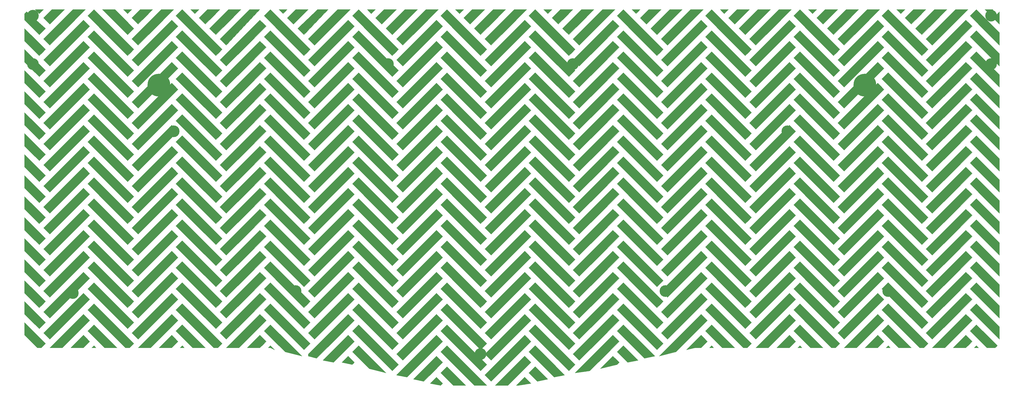
<source format=gbr>
G04 #@! TF.GenerationSoftware,KiCad,Pcbnew,(5.1.6)-1*
G04 #@! TF.CreationDate,2020-09-06T17:35:35-05:00*
G04 #@! TF.ProjectId,keyboard_bottom,6b657962-6f61-4726-945f-626f74746f6d,rev?*
G04 #@! TF.SameCoordinates,Original*
G04 #@! TF.FileFunction,Copper,L1,Top*
G04 #@! TF.FilePolarity,Positive*
%FSLAX46Y46*%
G04 Gerber Fmt 4.6, Leading zero omitted, Abs format (unit mm)*
G04 Created by KiCad (PCBNEW (5.1.6)-1) date 2020-09-06 17:35:35*
%MOMM*%
%LPD*%
G01*
G04 APERTURE LIST*
G04 #@! TA.AperFunction,NonConductor*
%ADD10C,0.100000*%
G04 #@! TD*
G04 #@! TA.AperFunction,ComponentPad*
%ADD11C,4.400000*%
G04 #@! TD*
G04 #@! TA.AperFunction,ComponentPad*
%ADD12C,8.600000*%
G04 #@! TD*
G04 APERTURE END LIST*
D10*
G36*
X282575000Y-200025000D02*
G01*
X280193750Y-202406250D01*
X277812500Y-202406250D01*
X274637500Y-203200000D01*
X280193750Y-197643750D01*
X282575000Y-200025000D01*
G37*
X282575000Y-200025000D02*
X280193750Y-202406250D01*
X277812500Y-202406250D01*
X274637500Y-203200000D01*
X280193750Y-197643750D01*
X282575000Y-200025000D01*
G36*
X149225000Y-192087500D02*
G01*
X134937500Y-206375000D01*
X131762500Y-205581250D01*
X131762500Y-204787500D01*
X146843750Y-189706250D01*
X149225000Y-192087500D01*
G37*
X149225000Y-192087500D02*
X134937500Y-206375000D01*
X131762500Y-205581250D01*
X131762500Y-204787500D01*
X146843750Y-189706250D01*
X149225000Y-192087500D01*
G36*
X284956250Y-202406250D02*
G01*
X283368750Y-202406250D01*
X284162500Y-201612500D01*
X284956250Y-202406250D01*
G37*
X284956250Y-202406250D02*
X283368750Y-202406250D01*
X284162500Y-201612500D01*
X284956250Y-202406250D01*
G36*
X282575000Y-192087500D02*
G01*
X270668750Y-203993750D01*
X264318750Y-205581250D01*
X280193750Y-189706250D01*
X282575000Y-192087500D01*
G37*
X282575000Y-192087500D02*
X270668750Y-203993750D01*
X264318750Y-205581250D01*
X280193750Y-189706250D01*
X282575000Y-192087500D01*
G36*
X315912500Y-192087500D02*
G01*
X305593750Y-202406250D01*
X300831250Y-202406250D01*
X313531250Y-189706250D01*
X315912500Y-192087500D01*
G37*
X315912500Y-192087500D02*
X305593750Y-202406250D01*
X300831250Y-202406250D01*
X313531250Y-189706250D01*
X315912500Y-192087500D01*
G36*
X318293750Y-202406250D02*
G01*
X316706250Y-202406250D01*
X317500000Y-201612500D01*
X318293750Y-202406250D01*
G37*
X318293750Y-202406250D02*
X316706250Y-202406250D01*
X317500000Y-201612500D01*
X318293750Y-202406250D01*
G36*
X315912500Y-200025000D02*
G01*
X313531250Y-202406250D01*
X308768750Y-202406250D01*
X313531250Y-197643750D01*
X315912500Y-200025000D01*
G37*
X315912500Y-200025000D02*
X313531250Y-202406250D01*
X308768750Y-202406250D01*
X313531250Y-197643750D01*
X315912500Y-200025000D01*
G36*
X392112500Y-201612500D02*
G01*
X391318750Y-202406250D01*
X388143750Y-202406250D01*
X381793750Y-196056250D01*
X384175000Y-193675000D01*
X392112500Y-201612500D01*
G37*
X392112500Y-201612500D02*
X391318750Y-202406250D01*
X388143750Y-202406250D01*
X381793750Y-196056250D01*
X384175000Y-193675000D01*
X392112500Y-201612500D01*
G36*
X299243750Y-200818750D02*
G01*
X297656250Y-202406250D01*
X296068750Y-202406250D01*
X281781250Y-188118750D01*
X284162500Y-185737500D01*
X299243750Y-200818750D01*
G37*
X299243750Y-200818750D02*
X297656250Y-202406250D01*
X296068750Y-202406250D01*
X281781250Y-188118750D01*
X284162500Y-185737500D01*
X299243750Y-200818750D01*
G36*
X332581250Y-200818750D02*
G01*
X330993750Y-202406250D01*
X329406250Y-202406250D01*
X315118750Y-188118750D01*
X317500000Y-185737500D01*
X332581250Y-200818750D01*
G37*
X332581250Y-200818750D02*
X330993750Y-202406250D01*
X329406250Y-202406250D01*
X315118750Y-188118750D01*
X317500000Y-185737500D01*
X332581250Y-200818750D01*
G36*
X365918750Y-200818750D02*
G01*
X364331250Y-202406250D01*
X362743750Y-202406250D01*
X348456250Y-188118750D01*
X350837500Y-185737500D01*
X365918750Y-200818750D01*
G37*
X365918750Y-200818750D02*
X364331250Y-202406250D01*
X362743750Y-202406250D01*
X348456250Y-188118750D01*
X350837500Y-185737500D01*
X365918750Y-200818750D01*
G36*
X182562500Y-215900000D02*
G01*
X181768750Y-216693750D01*
X177800000Y-215900000D01*
X180181250Y-213518750D01*
X182562500Y-215900000D01*
G37*
X182562500Y-215900000D02*
X181768750Y-216693750D01*
X177800000Y-215900000D01*
X180181250Y-213518750D01*
X182562500Y-215900000D01*
G36*
X215900000Y-215900000D02*
G01*
X211137500Y-216693750D01*
X210343750Y-216693750D01*
X213518750Y-213518750D01*
X215900000Y-215900000D01*
G37*
X215900000Y-215900000D02*
X211137500Y-216693750D01*
X210343750Y-216693750D01*
X213518750Y-213518750D01*
X215900000Y-215900000D01*
G36*
X215900000Y-207962500D02*
G01*
X207168750Y-216693750D01*
X202406250Y-216693750D01*
X213518750Y-205581250D01*
X215900000Y-207962500D01*
G37*
X215900000Y-207962500D02*
X207168750Y-216693750D01*
X202406250Y-216693750D01*
X213518750Y-205581250D01*
X215900000Y-207962500D01*
G36*
X199231250Y-216693750D02*
G01*
X194468750Y-216693750D01*
X181768750Y-203993750D01*
X184150000Y-201612500D01*
X199231250Y-216693750D01*
G37*
X199231250Y-216693750D02*
X194468750Y-216693750D01*
X181768750Y-203993750D01*
X184150000Y-201612500D01*
X199231250Y-216693750D01*
G36*
X191293750Y-216693750D02*
G01*
X186531250Y-216693750D01*
X181768750Y-211931250D01*
X184150000Y-209550000D01*
X191293750Y-216693750D01*
G37*
X191293750Y-216693750D02*
X186531250Y-216693750D01*
X181768750Y-211931250D01*
X184150000Y-209550000D01*
X191293750Y-216693750D01*
G36*
X215900000Y-200025000D02*
G01*
X200818750Y-215106250D01*
X198437500Y-212725000D01*
X213518750Y-197643750D01*
X215900000Y-200025000D01*
G37*
X215900000Y-200025000D02*
X200818750Y-215106250D01*
X198437500Y-212725000D01*
X213518750Y-197643750D01*
X215900000Y-200025000D01*
G36*
X249237500Y-207962500D02*
G01*
X248443750Y-208756250D01*
X242093750Y-210343750D01*
X246856250Y-205581250D01*
X249237500Y-207962500D01*
G37*
X249237500Y-207962500D02*
X248443750Y-208756250D01*
X242093750Y-210343750D01*
X246856250Y-205581250D01*
X249237500Y-207962500D01*
G36*
X228600000Y-212725000D02*
G01*
X224631250Y-213518750D01*
X215106250Y-203993750D01*
X217487500Y-201612500D01*
X228600000Y-212725000D01*
G37*
X228600000Y-212725000D02*
X224631250Y-213518750D01*
X215106250Y-203993750D01*
X217487500Y-201612500D01*
X228600000Y-212725000D01*
G36*
X222250000Y-214312500D02*
G01*
X218281250Y-215106250D01*
X215106250Y-211931250D01*
X217487500Y-209550000D01*
X222250000Y-214312500D01*
G37*
X222250000Y-214312500D02*
X218281250Y-215106250D01*
X215106250Y-211931250D01*
X217487500Y-209550000D01*
X222250000Y-214312500D01*
G36*
X249237500Y-200025000D02*
G01*
X238125000Y-211137500D01*
X232568750Y-211931250D01*
X246856250Y-197643750D01*
X249237500Y-200025000D01*
G37*
X249237500Y-200025000D02*
X238125000Y-211137500D01*
X232568750Y-211931250D01*
X246856250Y-197643750D01*
X249237500Y-200025000D01*
G36*
X256381250Y-207168750D02*
G01*
X252412500Y-207962500D01*
X248443750Y-203993750D01*
X250825000Y-201612500D01*
X256381250Y-207168750D01*
G37*
X256381250Y-207168750D02*
X252412500Y-207962500D01*
X248443750Y-203993750D01*
X250825000Y-201612500D01*
X256381250Y-207168750D01*
G36*
X292893750Y-202406250D02*
G01*
X288131250Y-202406250D01*
X281781250Y-196056250D01*
X284162500Y-193675000D01*
X292893750Y-202406250D01*
G37*
X292893750Y-202406250D02*
X288131250Y-202406250D01*
X281781250Y-196056250D01*
X284162500Y-193675000D01*
X292893750Y-202406250D01*
G36*
X349250000Y-200025000D02*
G01*
X346868750Y-202406250D01*
X342106250Y-202406250D01*
X346868750Y-197643750D01*
X349250000Y-200025000D01*
G37*
X349250000Y-200025000D02*
X346868750Y-202406250D01*
X342106250Y-202406250D01*
X346868750Y-197643750D01*
X349250000Y-200025000D01*
G36*
X384968750Y-202406250D02*
G01*
X383381250Y-202406250D01*
X384175000Y-201612500D01*
X384968750Y-202406250D01*
G37*
X384968750Y-202406250D02*
X383381250Y-202406250D01*
X384175000Y-201612500D01*
X384968750Y-202406250D01*
G36*
X351631250Y-202406250D02*
G01*
X350043750Y-202406250D01*
X350837500Y-201612500D01*
X351631250Y-202406250D01*
G37*
X351631250Y-202406250D02*
X350043750Y-202406250D01*
X350837500Y-201612500D01*
X351631250Y-202406250D01*
G36*
X382587500Y-200025000D02*
G01*
X380206250Y-202406250D01*
X375443750Y-202406250D01*
X380206250Y-197643750D01*
X382587500Y-200025000D01*
G37*
X382587500Y-200025000D02*
X380206250Y-202406250D01*
X375443750Y-202406250D01*
X380206250Y-197643750D01*
X382587500Y-200025000D01*
G36*
X392906250Y-194468750D02*
G01*
X392906250Y-199231250D01*
X381793750Y-188118750D01*
X384175000Y-185737500D01*
X392906250Y-194468750D01*
G37*
X392906250Y-194468750D02*
X392906250Y-199231250D01*
X381793750Y-188118750D01*
X384175000Y-185737500D01*
X392906250Y-194468750D01*
G36*
X382587500Y-192087500D02*
G01*
X372268750Y-202406250D01*
X367506250Y-202406250D01*
X380206250Y-189706250D01*
X382587500Y-192087500D01*
G37*
X382587500Y-192087500D02*
X372268750Y-202406250D01*
X367506250Y-202406250D01*
X380206250Y-189706250D01*
X382587500Y-192087500D01*
G36*
X359568750Y-202406250D02*
G01*
X354806250Y-202406250D01*
X348456250Y-196056250D01*
X350837500Y-193675000D01*
X359568750Y-202406250D01*
G37*
X359568750Y-202406250D02*
X354806250Y-202406250D01*
X348456250Y-196056250D01*
X350837500Y-193675000D01*
X359568750Y-202406250D01*
G36*
X382587500Y-184150000D02*
G01*
X367506250Y-199231250D01*
X365125000Y-196850000D01*
X380206250Y-181768750D01*
X382587500Y-184150000D01*
G37*
X382587500Y-184150000D02*
X367506250Y-199231250D01*
X365125000Y-196850000D01*
X380206250Y-181768750D01*
X382587500Y-184150000D01*
G36*
X349250000Y-192087500D02*
G01*
X338931250Y-202406250D01*
X334168750Y-202406250D01*
X346868750Y-189706250D01*
X349250000Y-192087500D01*
G37*
X349250000Y-192087500D02*
X338931250Y-202406250D01*
X334168750Y-202406250D01*
X346868750Y-189706250D01*
X349250000Y-192087500D01*
G36*
X326231250Y-202406250D02*
G01*
X321468750Y-202406250D01*
X315118750Y-196056250D01*
X317500000Y-193675000D01*
X326231250Y-202406250D01*
G37*
X326231250Y-202406250D02*
X321468750Y-202406250D01*
X315118750Y-196056250D01*
X317500000Y-193675000D01*
X326231250Y-202406250D01*
G36*
X349250000Y-184150000D02*
G01*
X334168750Y-199231250D01*
X331787500Y-196850000D01*
X346868750Y-181768750D01*
X349250000Y-184150000D01*
G37*
X349250000Y-184150000D02*
X334168750Y-199231250D01*
X331787500Y-196850000D01*
X346868750Y-181768750D01*
X349250000Y-184150000D01*
G36*
X315912500Y-184150000D02*
G01*
X300831250Y-199231250D01*
X298450000Y-196850000D01*
X313531250Y-181768750D01*
X315912500Y-184150000D01*
G37*
X315912500Y-184150000D02*
X300831250Y-199231250D01*
X298450000Y-196850000D01*
X313531250Y-181768750D01*
X315912500Y-184150000D01*
G36*
X299243750Y-192881250D02*
G01*
X296862500Y-195262500D01*
X281781250Y-180181250D01*
X284162500Y-177800000D01*
X299243750Y-192881250D01*
G37*
X299243750Y-192881250D02*
X296862500Y-195262500D01*
X281781250Y-180181250D01*
X284162500Y-177800000D01*
X299243750Y-192881250D01*
G36*
X315912500Y-176212500D02*
G01*
X300831250Y-191293750D01*
X298450000Y-188912500D01*
X313531250Y-173831250D01*
X315912500Y-176212500D01*
G37*
X315912500Y-176212500D02*
X300831250Y-191293750D01*
X298450000Y-188912500D01*
X313531250Y-173831250D01*
X315912500Y-176212500D01*
G36*
X265906250Y-200818750D02*
G01*
X263525000Y-203200000D01*
X248443750Y-188118750D01*
X250825000Y-185737500D01*
X265906250Y-200818750D01*
G37*
X265906250Y-200818750D02*
X263525000Y-203200000D01*
X248443750Y-188118750D01*
X250825000Y-185737500D01*
X265906250Y-200818750D01*
G36*
X262731250Y-205581250D02*
G01*
X258762500Y-206375000D01*
X248443750Y-196056250D01*
X250825000Y-193675000D01*
X262731250Y-205581250D01*
G37*
X262731250Y-205581250D02*
X258762500Y-206375000D01*
X248443750Y-196056250D01*
X250825000Y-193675000D01*
X262731250Y-205581250D01*
G36*
X282575000Y-184150000D02*
G01*
X267493750Y-199231250D01*
X265112500Y-196850000D01*
X280193750Y-181768750D01*
X282575000Y-184150000D01*
G37*
X282575000Y-184150000D02*
X267493750Y-199231250D01*
X265112500Y-196850000D01*
X280193750Y-181768750D01*
X282575000Y-184150000D01*
G36*
X249237500Y-192087500D02*
G01*
X234156250Y-207168750D01*
X231775000Y-204787500D01*
X246856250Y-189706250D01*
X249237500Y-192087500D01*
G37*
X249237500Y-192087500D02*
X234156250Y-207168750D01*
X231775000Y-204787500D01*
X246856250Y-189706250D01*
X249237500Y-192087500D01*
G36*
X232568750Y-200818750D02*
G01*
X230187500Y-203200000D01*
X215106250Y-188118750D01*
X217487500Y-185737500D01*
X232568750Y-200818750D01*
G37*
X232568750Y-200818750D02*
X230187500Y-203200000D01*
X215106250Y-188118750D01*
X217487500Y-185737500D01*
X232568750Y-200818750D01*
G36*
X232568750Y-208756250D02*
G01*
X230187500Y-211137500D01*
X215106250Y-196056250D01*
X217487500Y-193675000D01*
X232568750Y-208756250D01*
G37*
X232568750Y-208756250D02*
X230187500Y-211137500D01*
X215106250Y-196056250D01*
X217487500Y-193675000D01*
X232568750Y-208756250D01*
G36*
X249237500Y-184150000D02*
G01*
X234156250Y-199231250D01*
X231775000Y-196850000D01*
X246856250Y-181768750D01*
X249237500Y-184150000D01*
G37*
X249237500Y-184150000D02*
X234156250Y-199231250D01*
X231775000Y-196850000D01*
X246856250Y-181768750D01*
X249237500Y-184150000D01*
G36*
X215900000Y-192087500D02*
G01*
X200818750Y-207168750D01*
X198437500Y-204787500D01*
X213518750Y-189706250D01*
X215900000Y-192087500D01*
G37*
X215900000Y-192087500D02*
X200818750Y-207168750D01*
X198437500Y-204787500D01*
X213518750Y-189706250D01*
X215900000Y-192087500D01*
G36*
X199231250Y-200818750D02*
G01*
X196850000Y-203200000D01*
X181768750Y-188118750D01*
X184150000Y-185737500D01*
X199231250Y-200818750D01*
G37*
X199231250Y-200818750D02*
X196850000Y-203200000D01*
X181768750Y-188118750D01*
X184150000Y-185737500D01*
X199231250Y-200818750D01*
G36*
X199231250Y-208756250D02*
G01*
X196850000Y-211137500D01*
X181768750Y-196056250D01*
X184150000Y-193675000D01*
X199231250Y-208756250D01*
G37*
X199231250Y-208756250D02*
X196850000Y-211137500D01*
X181768750Y-196056250D01*
X184150000Y-193675000D01*
X199231250Y-208756250D01*
G36*
X215900000Y-184150000D02*
G01*
X200818750Y-199231250D01*
X198437500Y-196850000D01*
X213518750Y-181768750D01*
X215900000Y-184150000D01*
G37*
X215900000Y-184150000D02*
X200818750Y-199231250D01*
X198437500Y-196850000D01*
X213518750Y-181768750D01*
X215900000Y-184150000D01*
G36*
X182562500Y-207962500D02*
G01*
X175418750Y-215106250D01*
X171450000Y-214312500D01*
X180181250Y-205581250D01*
X182562500Y-207962500D01*
G37*
X182562500Y-207962500D02*
X175418750Y-215106250D01*
X171450000Y-214312500D01*
X180181250Y-205581250D01*
X182562500Y-207962500D01*
G36*
X161131250Y-211931250D02*
G01*
X154781250Y-210343750D01*
X148431250Y-203993750D01*
X150812500Y-201612500D01*
X161131250Y-211931250D01*
G37*
X161131250Y-211931250D02*
X154781250Y-210343750D01*
X148431250Y-203993750D01*
X150812500Y-201612500D01*
X161131250Y-211931250D01*
G36*
X182562500Y-200025000D02*
G01*
X169068750Y-213518750D01*
X165100000Y-212725000D01*
X180181250Y-197643750D01*
X182562500Y-200025000D01*
G37*
X182562500Y-200025000D02*
X169068750Y-213518750D01*
X165100000Y-212725000D01*
X180181250Y-197643750D01*
X182562500Y-200025000D01*
G36*
X182562500Y-192087500D02*
G01*
X167481250Y-207168750D01*
X165100000Y-204787500D01*
X180181250Y-189706250D01*
X182562500Y-192087500D01*
G37*
X182562500Y-192087500D02*
X167481250Y-207168750D01*
X165100000Y-204787500D01*
X180181250Y-189706250D01*
X182562500Y-192087500D01*
G36*
X165893750Y-200818750D02*
G01*
X163512500Y-203200000D01*
X148431250Y-188118750D01*
X150812500Y-185737500D01*
X165893750Y-200818750D01*
G37*
X165893750Y-200818750D02*
X163512500Y-203200000D01*
X148431250Y-188118750D01*
X150812500Y-185737500D01*
X165893750Y-200818750D01*
G36*
X165893750Y-208756250D02*
G01*
X163512500Y-211137500D01*
X148431250Y-196056250D01*
X150812500Y-193675000D01*
X165893750Y-208756250D01*
G37*
X165893750Y-208756250D02*
X163512500Y-211137500D01*
X148431250Y-196056250D01*
X150812500Y-193675000D01*
X165893750Y-208756250D01*
G36*
X182562500Y-184150000D02*
G01*
X167481250Y-199231250D01*
X165100000Y-196850000D01*
X180181250Y-181768750D01*
X182562500Y-184150000D01*
G37*
X182562500Y-184150000D02*
X167481250Y-199231250D01*
X165100000Y-196850000D01*
X180181250Y-181768750D01*
X182562500Y-184150000D01*
G36*
X149225000Y-207962500D02*
G01*
X148431250Y-208756250D01*
X144462500Y-207962500D01*
X146843750Y-205581250D01*
X149225000Y-207962500D01*
G37*
X149225000Y-207962500D02*
X148431250Y-208756250D01*
X144462500Y-207962500D01*
X146843750Y-205581250D01*
X149225000Y-207962500D01*
G36*
X119062500Y-203200000D02*
G01*
X117475000Y-202406250D01*
X116681250Y-202406250D01*
X117475000Y-201612500D01*
X119062500Y-203200000D01*
G37*
X119062500Y-203200000D02*
X117475000Y-202406250D01*
X116681250Y-202406250D01*
X117475000Y-201612500D01*
X119062500Y-203200000D01*
G36*
X149225000Y-200025000D02*
G01*
X141287500Y-207962500D01*
X137318750Y-207168750D01*
X146843750Y-197643750D01*
X149225000Y-200025000D01*
G37*
X149225000Y-200025000D02*
X141287500Y-207962500D01*
X137318750Y-207168750D01*
X146843750Y-197643750D01*
X149225000Y-200025000D01*
G36*
X132556250Y-200818750D02*
G01*
X130175000Y-203200000D01*
X115093750Y-188118750D01*
X117475000Y-185737500D01*
X132556250Y-200818750D01*
G37*
X132556250Y-200818750D02*
X130175000Y-203200000D01*
X115093750Y-188118750D01*
X117475000Y-185737500D01*
X132556250Y-200818750D01*
G36*
X129381250Y-205581250D02*
G01*
X123031250Y-203993750D01*
X115093750Y-196056250D01*
X117475000Y-193675000D01*
X129381250Y-205581250D01*
G37*
X129381250Y-205581250D02*
X123031250Y-203993750D01*
X115093750Y-196056250D01*
X117475000Y-193675000D01*
X129381250Y-205581250D01*
G36*
X149225000Y-184150000D02*
G01*
X134143750Y-199231250D01*
X131762500Y-196850000D01*
X146843750Y-181768750D01*
X149225000Y-184150000D01*
G37*
X149225000Y-184150000D02*
X134143750Y-199231250D01*
X131762500Y-196850000D01*
X146843750Y-181768750D01*
X149225000Y-184150000D01*
G36*
X99218750Y-200818750D02*
G01*
X97631250Y-202406250D01*
X96043750Y-202406250D01*
X81756250Y-188118750D01*
X84137500Y-185737500D01*
X99218750Y-200818750D01*
G37*
X99218750Y-200818750D02*
X97631250Y-202406250D01*
X96043750Y-202406250D01*
X81756250Y-188118750D01*
X84137500Y-185737500D01*
X99218750Y-200818750D01*
G36*
X65881250Y-200818750D02*
G01*
X64293750Y-202406250D01*
X62706250Y-202406250D01*
X48418750Y-188118750D01*
X50800000Y-185737500D01*
X65881250Y-200818750D01*
G37*
X65881250Y-200818750D02*
X64293750Y-202406250D01*
X62706250Y-202406250D01*
X48418750Y-188118750D01*
X50800000Y-185737500D01*
X65881250Y-200818750D01*
G36*
X84931250Y-202406250D02*
G01*
X83343750Y-202406250D01*
X84137500Y-201612500D01*
X84931250Y-202406250D01*
G37*
X84931250Y-202406250D02*
X83343750Y-202406250D01*
X84137500Y-201612500D01*
X84931250Y-202406250D01*
G36*
X115887500Y-200025000D02*
G01*
X113506250Y-202406250D01*
X108743750Y-202406250D01*
X113506250Y-197643750D01*
X115887500Y-200025000D01*
G37*
X115887500Y-200025000D02*
X113506250Y-202406250D01*
X108743750Y-202406250D01*
X113506250Y-197643750D01*
X115887500Y-200025000D01*
G36*
X82550000Y-200025000D02*
G01*
X80168750Y-202406250D01*
X75406250Y-202406250D01*
X80168750Y-197643750D01*
X82550000Y-200025000D01*
G37*
X82550000Y-200025000D02*
X80168750Y-202406250D01*
X75406250Y-202406250D01*
X80168750Y-197643750D01*
X82550000Y-200025000D01*
G36*
X92868750Y-202406250D02*
G01*
X88106250Y-202406250D01*
X81756250Y-196056250D01*
X84137500Y-193675000D01*
X92868750Y-202406250D01*
G37*
X92868750Y-202406250D02*
X88106250Y-202406250D01*
X81756250Y-196056250D01*
X84137500Y-193675000D01*
X92868750Y-202406250D01*
G36*
X115887500Y-192087500D02*
G01*
X105568750Y-202406250D01*
X100806250Y-202406250D01*
X113506250Y-189706250D01*
X115887500Y-192087500D01*
G37*
X115887500Y-192087500D02*
X105568750Y-202406250D01*
X100806250Y-202406250D01*
X113506250Y-189706250D01*
X115887500Y-192087500D01*
G36*
X115887500Y-184150000D02*
G01*
X100806250Y-199231250D01*
X98425000Y-196850000D01*
X113506250Y-181768750D01*
X115887500Y-184150000D01*
G37*
X115887500Y-184150000D02*
X100806250Y-199231250D01*
X98425000Y-196850000D01*
X113506250Y-181768750D01*
X115887500Y-184150000D01*
G36*
X49212500Y-200025000D02*
G01*
X46831250Y-202406250D01*
X42068750Y-202406250D01*
X46831250Y-197643750D01*
X49212500Y-200025000D01*
G37*
X49212500Y-200025000D02*
X46831250Y-202406250D01*
X42068750Y-202406250D01*
X46831250Y-197643750D01*
X49212500Y-200025000D01*
G36*
X51593750Y-202406250D02*
G01*
X50006250Y-202406250D01*
X50800000Y-201612500D01*
X51593750Y-202406250D01*
G37*
X51593750Y-202406250D02*
X50006250Y-202406250D01*
X50800000Y-201612500D01*
X51593750Y-202406250D01*
G36*
X59531250Y-202406250D02*
G01*
X54768750Y-202406250D01*
X48418750Y-196056250D01*
X50800000Y-193675000D01*
X59531250Y-202406250D01*
G37*
X59531250Y-202406250D02*
X54768750Y-202406250D01*
X48418750Y-196056250D01*
X50800000Y-193675000D01*
X59531250Y-202406250D01*
G36*
X82550000Y-192087500D02*
G01*
X72231250Y-202406250D01*
X67468750Y-202406250D01*
X80168750Y-189706250D01*
X82550000Y-192087500D01*
G37*
X82550000Y-192087500D02*
X72231250Y-202406250D01*
X67468750Y-202406250D01*
X80168750Y-189706250D01*
X82550000Y-192087500D01*
G36*
X82550000Y-184150000D02*
G01*
X67468750Y-199231250D01*
X65087500Y-196850000D01*
X80168750Y-181768750D01*
X82550000Y-184150000D01*
G37*
X82550000Y-184150000D02*
X67468750Y-199231250D01*
X65087500Y-196850000D01*
X80168750Y-181768750D01*
X82550000Y-184150000D01*
G36*
X32543750Y-200818750D02*
G01*
X30956250Y-202406250D01*
X29368750Y-202406250D01*
X24606250Y-197643750D01*
X24606250Y-192881250D01*
X32543750Y-200818750D01*
G37*
X32543750Y-200818750D02*
X30956250Y-202406250D01*
X29368750Y-202406250D01*
X24606250Y-197643750D01*
X24606250Y-192881250D01*
X32543750Y-200818750D01*
G36*
X49212500Y-192087500D02*
G01*
X38893750Y-202406250D01*
X34131250Y-202406250D01*
X46831250Y-189706250D01*
X49212500Y-192087500D01*
G37*
X49212500Y-192087500D02*
X38893750Y-202406250D01*
X34131250Y-202406250D01*
X46831250Y-189706250D01*
X49212500Y-192087500D01*
G36*
X49212500Y-184150000D02*
G01*
X34131250Y-199231250D01*
X31750000Y-196850000D01*
X46831250Y-181768750D01*
X49212500Y-184150000D01*
G37*
X49212500Y-184150000D02*
X34131250Y-199231250D01*
X31750000Y-196850000D01*
X46831250Y-181768750D01*
X49212500Y-184150000D01*
G36*
X392906250Y-80168750D02*
G01*
X390525000Y-77787500D01*
X392906250Y-75406250D01*
X392906250Y-80168750D01*
G37*
X392906250Y-80168750D02*
X390525000Y-77787500D01*
X392906250Y-75406250D01*
X392906250Y-80168750D01*
G36*
X392906250Y-146843750D02*
G01*
X392906250Y-151606250D01*
X381793750Y-140493750D01*
X384175000Y-138112500D01*
X392906250Y-146843750D01*
G37*
X392906250Y-146843750D02*
X392906250Y-151606250D01*
X381793750Y-140493750D01*
X384175000Y-138112500D01*
X392906250Y-146843750D01*
G36*
X392906250Y-115093750D02*
G01*
X392906250Y-119856250D01*
X381793750Y-108743750D01*
X384175000Y-106362500D01*
X392906250Y-115093750D01*
G37*
X392906250Y-115093750D02*
X392906250Y-119856250D01*
X381793750Y-108743750D01*
X384175000Y-106362500D01*
X392906250Y-115093750D01*
G36*
X392906250Y-107156250D02*
G01*
X392906250Y-111918750D01*
X381793750Y-100806250D01*
X384175000Y-98425000D01*
X392906250Y-107156250D01*
G37*
X392906250Y-107156250D02*
X392906250Y-111918750D01*
X381793750Y-100806250D01*
X384175000Y-98425000D01*
X392906250Y-107156250D01*
G36*
X392906250Y-178593750D02*
G01*
X392906250Y-183356250D01*
X381793750Y-172243750D01*
X384175000Y-169862500D01*
X392906250Y-178593750D01*
G37*
X392906250Y-178593750D02*
X392906250Y-183356250D01*
X381793750Y-172243750D01*
X384175000Y-169862500D01*
X392906250Y-178593750D01*
G36*
X392906250Y-170656250D02*
G01*
X392906250Y-175418750D01*
X381793750Y-164306250D01*
X384175000Y-161925000D01*
X392906250Y-170656250D01*
G37*
X392906250Y-170656250D02*
X392906250Y-175418750D01*
X381793750Y-164306250D01*
X384175000Y-161925000D01*
X392906250Y-170656250D01*
G36*
X392906250Y-138906250D02*
G01*
X392906250Y-143668750D01*
X381793750Y-132556250D01*
X384175000Y-130175000D01*
X392906250Y-138906250D01*
G37*
X392906250Y-138906250D02*
X392906250Y-143668750D01*
X381793750Y-132556250D01*
X384175000Y-130175000D01*
X392906250Y-138906250D01*
G36*
X392906250Y-130968750D02*
G01*
X392906250Y-135731250D01*
X381793750Y-124618750D01*
X384175000Y-122237500D01*
X392906250Y-130968750D01*
G37*
X392906250Y-130968750D02*
X392906250Y-135731250D01*
X381793750Y-124618750D01*
X384175000Y-122237500D01*
X392906250Y-130968750D01*
G36*
X392906250Y-154781250D02*
G01*
X392906250Y-159543750D01*
X381793750Y-148431250D01*
X384175000Y-146050000D01*
X392906250Y-154781250D01*
G37*
X392906250Y-154781250D02*
X392906250Y-159543750D01*
X381793750Y-148431250D01*
X384175000Y-146050000D01*
X392906250Y-154781250D01*
G36*
X392906250Y-162718750D02*
G01*
X392906250Y-167481250D01*
X381793750Y-156368750D01*
X384175000Y-153987500D01*
X392906250Y-162718750D01*
G37*
X392906250Y-162718750D02*
X392906250Y-167481250D01*
X381793750Y-156368750D01*
X384175000Y-153987500D01*
X392906250Y-162718750D01*
G36*
X392906250Y-83343750D02*
G01*
X392906250Y-88106250D01*
X381793750Y-76993750D01*
X384175000Y-74612500D01*
X392906250Y-83343750D01*
G37*
X392906250Y-83343750D02*
X392906250Y-88106250D01*
X381793750Y-76993750D01*
X384175000Y-74612500D01*
X392906250Y-83343750D01*
G36*
X388937500Y-76200000D02*
G01*
X387350000Y-74612500D01*
X390525000Y-74612500D01*
X388937500Y-76200000D01*
G37*
X388937500Y-76200000D02*
X387350000Y-74612500D01*
X390525000Y-74612500D01*
X388937500Y-76200000D01*
G36*
X392906250Y-123031250D02*
G01*
X392906250Y-127793750D01*
X381793750Y-116681250D01*
X384175000Y-114300000D01*
X392906250Y-123031250D01*
G37*
X392906250Y-123031250D02*
X392906250Y-127793750D01*
X381793750Y-116681250D01*
X384175000Y-114300000D01*
X392906250Y-123031250D01*
G36*
X392906250Y-186531250D02*
G01*
X392906250Y-191293750D01*
X381793750Y-180181250D01*
X384175000Y-177800000D01*
X392906250Y-186531250D01*
G37*
X392906250Y-186531250D02*
X392906250Y-191293750D01*
X381793750Y-180181250D01*
X384175000Y-177800000D01*
X392906250Y-186531250D01*
G36*
X392906250Y-91281250D02*
G01*
X392906250Y-96043750D01*
X381793750Y-84931250D01*
X384175000Y-82550000D01*
X392906250Y-91281250D01*
G37*
X392906250Y-91281250D02*
X392906250Y-96043750D01*
X381793750Y-84931250D01*
X384175000Y-82550000D01*
X392906250Y-91281250D01*
G36*
X392906250Y-99218750D02*
G01*
X392906250Y-103981250D01*
X381793750Y-92868750D01*
X384175000Y-90487500D01*
X392906250Y-99218750D01*
G37*
X392906250Y-99218750D02*
X392906250Y-103981250D01*
X381793750Y-92868750D01*
X384175000Y-90487500D01*
X392906250Y-99218750D01*
G36*
X32543750Y-81756250D02*
G01*
X30162500Y-84137500D01*
X24606250Y-78581250D01*
X24606250Y-76200000D01*
X25400000Y-75406250D01*
X32543750Y-81756250D01*
G37*
X32543750Y-81756250D02*
X30162500Y-84137500D01*
X24606250Y-78581250D01*
X24606250Y-76200000D01*
X25400000Y-75406250D01*
X32543750Y-81756250D01*
G36*
X49212500Y-120650000D02*
G01*
X34131250Y-135731250D01*
X31750000Y-133350000D01*
X46831250Y-118268750D01*
X49212500Y-120650000D01*
G37*
X49212500Y-120650000D02*
X34131250Y-135731250D01*
X31750000Y-133350000D01*
X46831250Y-118268750D01*
X49212500Y-120650000D01*
G36*
X32543750Y-129381250D02*
G01*
X30162500Y-131762500D01*
X24606250Y-126206250D01*
X24606250Y-121443750D01*
X32543750Y-129381250D01*
G37*
X32543750Y-129381250D02*
X30162500Y-131762500D01*
X24606250Y-126206250D01*
X24606250Y-121443750D01*
X32543750Y-129381250D01*
G36*
X34131250Y-88106250D02*
G01*
X31750000Y-85725000D01*
X42862500Y-74612500D01*
X47625000Y-74612500D01*
X34131250Y-88106250D01*
G37*
X34131250Y-88106250D02*
X31750000Y-85725000D01*
X42862500Y-74612500D01*
X47625000Y-74612500D01*
X34131250Y-88106250D01*
G36*
X32543750Y-105568750D02*
G01*
X30162500Y-107950000D01*
X24606250Y-102393750D01*
X24606250Y-97631250D01*
X32543750Y-105568750D01*
G37*
X32543750Y-105568750D02*
X30162500Y-107950000D01*
X24606250Y-102393750D01*
X24606250Y-97631250D01*
X32543750Y-105568750D01*
G36*
X49212500Y-104775000D02*
G01*
X34131250Y-119856250D01*
X31750000Y-117475000D01*
X46831250Y-102393750D01*
X49212500Y-104775000D01*
G37*
X49212500Y-104775000D02*
X34131250Y-119856250D01*
X31750000Y-117475000D01*
X46831250Y-102393750D01*
X49212500Y-104775000D01*
G36*
X32543750Y-113506250D02*
G01*
X30162500Y-115887500D01*
X24606250Y-110331250D01*
X24606250Y-105568750D01*
X32543750Y-113506250D01*
G37*
X32543750Y-113506250D02*
X30162500Y-115887500D01*
X24606250Y-110331250D01*
X24606250Y-105568750D01*
X32543750Y-113506250D01*
G36*
X32543750Y-145256250D02*
G01*
X30162500Y-147637500D01*
X24606250Y-142081250D01*
X24606250Y-137318750D01*
X32543750Y-145256250D01*
G37*
X32543750Y-145256250D02*
X30162500Y-147637500D01*
X24606250Y-142081250D01*
X24606250Y-137318750D01*
X32543750Y-145256250D01*
G36*
X49212500Y-96837500D02*
G01*
X34131250Y-111918750D01*
X31750000Y-109537500D01*
X46831250Y-94456250D01*
X49212500Y-96837500D01*
G37*
X49212500Y-96837500D02*
X34131250Y-111918750D01*
X31750000Y-109537500D01*
X46831250Y-94456250D01*
X49212500Y-96837500D01*
G36*
X32543750Y-89693750D02*
G01*
X30162500Y-92075000D01*
X24606250Y-86518750D01*
X24606250Y-81756250D01*
X32543750Y-89693750D01*
G37*
X32543750Y-89693750D02*
X30162500Y-92075000D01*
X24606250Y-86518750D01*
X24606250Y-81756250D01*
X32543750Y-89693750D01*
G36*
X49212500Y-128587500D02*
G01*
X34131250Y-143668750D01*
X31750000Y-141287500D01*
X46831250Y-126206250D01*
X49212500Y-128587500D01*
G37*
X49212500Y-128587500D02*
X34131250Y-143668750D01*
X31750000Y-141287500D01*
X46831250Y-126206250D01*
X49212500Y-128587500D01*
G36*
X32543750Y-97631250D02*
G01*
X30162500Y-100012500D01*
X24606250Y-94456250D01*
X24606250Y-89693750D01*
X32543750Y-97631250D01*
G37*
X32543750Y-97631250D02*
X30162500Y-100012500D01*
X24606250Y-94456250D01*
X24606250Y-89693750D01*
X32543750Y-97631250D01*
G36*
X32543750Y-137318750D02*
G01*
X30162500Y-139700000D01*
X24606250Y-134143750D01*
X24606250Y-129381250D01*
X32543750Y-137318750D01*
G37*
X32543750Y-137318750D02*
X30162500Y-139700000D01*
X24606250Y-134143750D01*
X24606250Y-129381250D01*
X32543750Y-137318750D01*
G36*
X49212500Y-88900000D02*
G01*
X34131250Y-103981250D01*
X31750000Y-101600000D01*
X46831250Y-86518750D01*
X49212500Y-88900000D01*
G37*
X49212500Y-88900000D02*
X34131250Y-103981250D01*
X31750000Y-101600000D01*
X46831250Y-86518750D01*
X49212500Y-88900000D01*
G36*
X34131250Y-80168750D02*
G01*
X31750000Y-77787500D01*
X34925000Y-74612500D01*
X39687500Y-74612500D01*
X34131250Y-80168750D01*
G37*
X34131250Y-80168750D02*
X31750000Y-77787500D01*
X34925000Y-74612500D01*
X39687500Y-74612500D01*
X34131250Y-80168750D01*
G36*
X49212500Y-80962500D02*
G01*
X34131250Y-96043750D01*
X31750000Y-93662500D01*
X46831250Y-78581250D01*
X49212500Y-80962500D01*
G37*
X49212500Y-80962500D02*
X34131250Y-96043750D01*
X31750000Y-93662500D01*
X46831250Y-78581250D01*
X49212500Y-80962500D01*
G36*
X49212500Y-112712500D02*
G01*
X34131250Y-127793750D01*
X31750000Y-125412500D01*
X46831250Y-110331250D01*
X49212500Y-112712500D01*
G37*
X49212500Y-112712500D02*
X34131250Y-127793750D01*
X31750000Y-125412500D01*
X46831250Y-110331250D01*
X49212500Y-112712500D01*
G36*
X32543750Y-121443750D02*
G01*
X30162500Y-123825000D01*
X24606250Y-118268750D01*
X24606250Y-113506250D01*
X32543750Y-121443750D01*
G37*
X32543750Y-121443750D02*
X30162500Y-123825000D01*
X24606250Y-118268750D01*
X24606250Y-113506250D01*
X32543750Y-121443750D01*
G36*
X32543750Y-184943750D02*
G01*
X30162500Y-187325000D01*
X24606250Y-181768750D01*
X24606250Y-177006250D01*
X32543750Y-184943750D01*
G37*
X32543750Y-184943750D02*
X30162500Y-187325000D01*
X24606250Y-181768750D01*
X24606250Y-177006250D01*
X32543750Y-184943750D01*
G36*
X49212500Y-152400000D02*
G01*
X34131250Y-167481250D01*
X31750000Y-165100000D01*
X46831250Y-150018750D01*
X49212500Y-152400000D01*
G37*
X49212500Y-152400000D02*
X34131250Y-167481250D01*
X31750000Y-165100000D01*
X46831250Y-150018750D01*
X49212500Y-152400000D01*
G36*
X32543750Y-192881250D02*
G01*
X30162500Y-195262500D01*
X24606250Y-189706250D01*
X24606250Y-184943750D01*
X32543750Y-192881250D01*
G37*
X32543750Y-192881250D02*
X30162500Y-195262500D01*
X24606250Y-189706250D01*
X24606250Y-184943750D01*
X32543750Y-192881250D01*
G36*
X32543750Y-153193750D02*
G01*
X30162500Y-155575000D01*
X24606250Y-150018750D01*
X24606250Y-145256250D01*
X32543750Y-153193750D01*
G37*
X32543750Y-153193750D02*
X30162500Y-155575000D01*
X24606250Y-150018750D01*
X24606250Y-145256250D01*
X32543750Y-153193750D01*
G36*
X32543750Y-177006250D02*
G01*
X30162500Y-179387500D01*
X24606250Y-173831250D01*
X24606250Y-169068750D01*
X32543750Y-177006250D01*
G37*
X32543750Y-177006250D02*
X30162500Y-179387500D01*
X24606250Y-173831250D01*
X24606250Y-169068750D01*
X32543750Y-177006250D01*
G36*
X49212500Y-176212500D02*
G01*
X34131250Y-191293750D01*
X31750000Y-188912500D01*
X46831250Y-173831250D01*
X49212500Y-176212500D01*
G37*
X49212500Y-176212500D02*
X34131250Y-191293750D01*
X31750000Y-188912500D01*
X46831250Y-173831250D01*
X49212500Y-176212500D01*
G36*
X49212500Y-136525000D02*
G01*
X34131250Y-151606250D01*
X31750000Y-149225000D01*
X46831250Y-134143750D01*
X49212500Y-136525000D01*
G37*
X49212500Y-136525000D02*
X34131250Y-151606250D01*
X31750000Y-149225000D01*
X46831250Y-134143750D01*
X49212500Y-136525000D01*
G36*
X49212500Y-160337500D02*
G01*
X34131250Y-175418750D01*
X31750000Y-173037500D01*
X46831250Y-157956250D01*
X49212500Y-160337500D01*
G37*
X49212500Y-160337500D02*
X34131250Y-175418750D01*
X31750000Y-173037500D01*
X46831250Y-157956250D01*
X49212500Y-160337500D01*
G36*
X49212500Y-168275000D02*
G01*
X34131250Y-183356250D01*
X31750000Y-180975000D01*
X46831250Y-165893750D01*
X49212500Y-168275000D01*
G37*
X49212500Y-168275000D02*
X34131250Y-183356250D01*
X31750000Y-180975000D01*
X46831250Y-165893750D01*
X49212500Y-168275000D01*
G36*
X32543750Y-161131250D02*
G01*
X30162500Y-163512500D01*
X24606250Y-157956250D01*
X24606250Y-153193750D01*
X32543750Y-161131250D01*
G37*
X32543750Y-161131250D02*
X30162500Y-163512500D01*
X24606250Y-157956250D01*
X24606250Y-153193750D01*
X32543750Y-161131250D01*
G36*
X49212500Y-144462500D02*
G01*
X34131250Y-159543750D01*
X31750000Y-157162500D01*
X46831250Y-142081250D01*
X49212500Y-144462500D01*
G37*
X49212500Y-144462500D02*
X34131250Y-159543750D01*
X31750000Y-157162500D01*
X46831250Y-142081250D01*
X49212500Y-144462500D01*
G36*
X32543750Y-169068750D02*
G01*
X30162500Y-171450000D01*
X24606250Y-165893750D01*
X24606250Y-161131250D01*
X32543750Y-169068750D01*
G37*
X32543750Y-169068750D02*
X30162500Y-171450000D01*
X24606250Y-165893750D01*
X24606250Y-161131250D01*
X32543750Y-169068750D01*
G36*
X30162500Y-76200000D02*
G01*
X28575000Y-74612500D01*
X31750000Y-74612500D01*
X30162500Y-76200000D01*
G37*
X30162500Y-76200000D02*
X28575000Y-74612500D01*
X31750000Y-74612500D01*
X30162500Y-76200000D01*
G36*
X382587500Y-112712500D02*
G01*
X367506250Y-127793750D01*
X365125000Y-125412500D01*
X380206250Y-110331250D01*
X382587500Y-112712500D01*
G37*
X382587500Y-112712500D02*
X367506250Y-127793750D01*
X365125000Y-125412500D01*
X380206250Y-110331250D01*
X382587500Y-112712500D01*
G36*
X365918750Y-121443750D02*
G01*
X363537500Y-123825000D01*
X348456250Y-108743750D01*
X350837500Y-106362500D01*
X365918750Y-121443750D01*
G37*
X365918750Y-121443750D02*
X363537500Y-123825000D01*
X348456250Y-108743750D01*
X350837500Y-106362500D01*
X365918750Y-121443750D01*
G36*
X365918750Y-153193750D02*
G01*
X363537500Y-155575000D01*
X348456250Y-140493750D01*
X350837500Y-138112500D01*
X365918750Y-153193750D01*
G37*
X365918750Y-153193750D02*
X363537500Y-155575000D01*
X348456250Y-140493750D01*
X350837500Y-138112500D01*
X365918750Y-153193750D01*
G36*
X382587500Y-144462500D02*
G01*
X367506250Y-159543750D01*
X365125000Y-157162500D01*
X380206250Y-142081250D01*
X382587500Y-144462500D01*
G37*
X382587500Y-144462500D02*
X367506250Y-159543750D01*
X365125000Y-157162500D01*
X380206250Y-142081250D01*
X382587500Y-144462500D01*
G36*
X382587500Y-136525000D02*
G01*
X367506250Y-151606250D01*
X365125000Y-149225000D01*
X380206250Y-134143750D01*
X382587500Y-136525000D01*
G37*
X382587500Y-136525000D02*
X367506250Y-151606250D01*
X365125000Y-149225000D01*
X380206250Y-134143750D01*
X382587500Y-136525000D01*
G36*
X365918750Y-113506250D02*
G01*
X363537500Y-115887500D01*
X348456250Y-100806250D01*
X350837500Y-98425000D01*
X365918750Y-113506250D01*
G37*
X365918750Y-113506250D02*
X363537500Y-115887500D01*
X348456250Y-100806250D01*
X350837500Y-98425000D01*
X365918750Y-113506250D01*
G36*
X365918750Y-129381250D02*
G01*
X363537500Y-131762500D01*
X348456250Y-116681250D01*
X350837500Y-114300000D01*
X365918750Y-129381250D01*
G37*
X365918750Y-129381250D02*
X363537500Y-131762500D01*
X348456250Y-116681250D01*
X350837500Y-114300000D01*
X365918750Y-129381250D01*
G36*
X365918750Y-137318750D02*
G01*
X363537500Y-139700000D01*
X348456250Y-124618750D01*
X350837500Y-122237500D01*
X365918750Y-137318750D01*
G37*
X365918750Y-137318750D02*
X363537500Y-139700000D01*
X348456250Y-124618750D01*
X350837500Y-122237500D01*
X365918750Y-137318750D01*
G36*
X382587500Y-120650000D02*
G01*
X367506250Y-135731250D01*
X365125000Y-133350000D01*
X380206250Y-118268750D01*
X382587500Y-120650000D01*
G37*
X382587500Y-120650000D02*
X367506250Y-135731250D01*
X365125000Y-133350000D01*
X380206250Y-118268750D01*
X382587500Y-120650000D01*
G36*
X382587500Y-128587500D02*
G01*
X367506250Y-143668750D01*
X365125000Y-141287500D01*
X380206250Y-126206250D01*
X382587500Y-128587500D01*
G37*
X382587500Y-128587500D02*
X367506250Y-143668750D01*
X365125000Y-141287500D01*
X380206250Y-126206250D01*
X382587500Y-128587500D01*
G36*
X365918750Y-161131250D02*
G01*
X363537500Y-163512500D01*
X348456250Y-148431250D01*
X350837500Y-146050000D01*
X365918750Y-161131250D01*
G37*
X365918750Y-161131250D02*
X363537500Y-163512500D01*
X348456250Y-148431250D01*
X350837500Y-146050000D01*
X365918750Y-161131250D01*
G36*
X382587500Y-152400000D02*
G01*
X367506250Y-167481250D01*
X365125000Y-165100000D01*
X380206250Y-150018750D01*
X382587500Y-152400000D01*
G37*
X382587500Y-152400000D02*
X367506250Y-167481250D01*
X365125000Y-165100000D01*
X380206250Y-150018750D01*
X382587500Y-152400000D01*
G36*
X382587500Y-104775000D02*
G01*
X367506250Y-119856250D01*
X365125000Y-117475000D01*
X380206250Y-102393750D01*
X382587500Y-104775000D01*
G37*
X382587500Y-104775000D02*
X367506250Y-119856250D01*
X365125000Y-117475000D01*
X380206250Y-102393750D01*
X382587500Y-104775000D01*
G36*
X365918750Y-145256250D02*
G01*
X363537500Y-147637500D01*
X348456250Y-132556250D01*
X350837500Y-130175000D01*
X365918750Y-145256250D01*
G37*
X365918750Y-145256250D02*
X363537500Y-147637500D01*
X348456250Y-132556250D01*
X350837500Y-130175000D01*
X365918750Y-145256250D01*
G36*
X382587500Y-96837500D02*
G01*
X367506250Y-111918750D01*
X365125000Y-109537500D01*
X380206250Y-94456250D01*
X382587500Y-96837500D01*
G37*
X382587500Y-96837500D02*
X367506250Y-111918750D01*
X365125000Y-109537500D01*
X380206250Y-94456250D01*
X382587500Y-96837500D01*
G36*
X365918750Y-169068750D02*
G01*
X363537500Y-171450000D01*
X348456250Y-156368750D01*
X350837500Y-153987500D01*
X365918750Y-169068750D01*
G37*
X365918750Y-169068750D02*
X363537500Y-171450000D01*
X348456250Y-156368750D01*
X350837500Y-153987500D01*
X365918750Y-169068750D01*
G36*
X365918750Y-192881250D02*
G01*
X363537500Y-195262500D01*
X348456250Y-180181250D01*
X350837500Y-177800000D01*
X365918750Y-192881250D01*
G37*
X365918750Y-192881250D02*
X363537500Y-195262500D01*
X348456250Y-180181250D01*
X350837500Y-177800000D01*
X365918750Y-192881250D01*
G36*
X382587500Y-168275000D02*
G01*
X367506250Y-183356250D01*
X365125000Y-180975000D01*
X380206250Y-165893750D01*
X382587500Y-168275000D01*
G37*
X382587500Y-168275000D02*
X367506250Y-183356250D01*
X365125000Y-180975000D01*
X380206250Y-165893750D01*
X382587500Y-168275000D01*
G36*
X365918750Y-184943750D02*
G01*
X363537500Y-187325000D01*
X348456250Y-172243750D01*
X350837500Y-169862500D01*
X365918750Y-184943750D01*
G37*
X365918750Y-184943750D02*
X363537500Y-187325000D01*
X348456250Y-172243750D01*
X350837500Y-169862500D01*
X365918750Y-184943750D01*
G36*
X382587500Y-176212500D02*
G01*
X367506250Y-191293750D01*
X365125000Y-188912500D01*
X380206250Y-173831250D01*
X382587500Y-176212500D01*
G37*
X382587500Y-176212500D02*
X367506250Y-191293750D01*
X365125000Y-188912500D01*
X380206250Y-173831250D01*
X382587500Y-176212500D01*
G36*
X382587500Y-160337500D02*
G01*
X367506250Y-175418750D01*
X365125000Y-173037500D01*
X380206250Y-157956250D01*
X382587500Y-160337500D01*
G37*
X382587500Y-160337500D02*
X367506250Y-175418750D01*
X365125000Y-173037500D01*
X380206250Y-157956250D01*
X382587500Y-160337500D01*
G36*
X365918750Y-177006250D02*
G01*
X363537500Y-179387500D01*
X348456250Y-164306250D01*
X350837500Y-161925000D01*
X365918750Y-177006250D01*
G37*
X365918750Y-177006250D02*
X363537500Y-179387500D01*
X348456250Y-164306250D01*
X350837500Y-161925000D01*
X365918750Y-177006250D01*
G36*
X355600000Y-76200000D02*
G01*
X354012500Y-74612500D01*
X357187500Y-74612500D01*
X355600000Y-76200000D01*
G37*
X355600000Y-76200000D02*
X354012500Y-74612500D01*
X357187500Y-74612500D01*
X355600000Y-76200000D01*
G36*
X365918750Y-89693750D02*
G01*
X363537500Y-92075000D01*
X348456250Y-76993750D01*
X350837500Y-74612500D01*
X365918750Y-89693750D01*
G37*
X365918750Y-89693750D02*
X363537500Y-92075000D01*
X348456250Y-76993750D01*
X350837500Y-74612500D01*
X365918750Y-89693750D01*
G36*
X367506250Y-88106250D02*
G01*
X365125000Y-85725000D01*
X376237500Y-74612500D01*
X381000000Y-74612500D01*
X367506250Y-88106250D01*
G37*
X367506250Y-88106250D02*
X365125000Y-85725000D01*
X376237500Y-74612500D01*
X381000000Y-74612500D01*
X367506250Y-88106250D01*
G36*
X359568750Y-80168750D02*
G01*
X357187500Y-77787500D01*
X360362500Y-74612500D01*
X365125000Y-74612500D01*
X359568750Y-80168750D01*
G37*
X359568750Y-80168750D02*
X357187500Y-77787500D01*
X360362500Y-74612500D01*
X365125000Y-74612500D01*
X359568750Y-80168750D01*
G36*
X363537500Y-84137500D02*
G01*
X361156250Y-81756250D01*
X368300000Y-74612500D01*
X373062500Y-74612500D01*
X363537500Y-84137500D01*
G37*
X363537500Y-84137500D02*
X361156250Y-81756250D01*
X368300000Y-74612500D01*
X373062500Y-74612500D01*
X363537500Y-84137500D01*
G36*
X382587500Y-80962500D02*
G01*
X367506250Y-96043750D01*
X365125000Y-93662500D01*
X380206250Y-78581250D01*
X382587500Y-80962500D01*
G37*
X382587500Y-80962500D02*
X367506250Y-96043750D01*
X365125000Y-93662500D01*
X380206250Y-78581250D01*
X382587500Y-80962500D01*
G36*
X382587500Y-88900000D02*
G01*
X367506250Y-103981250D01*
X365125000Y-101600000D01*
X380206250Y-86518750D01*
X382587500Y-88900000D01*
G37*
X382587500Y-88900000D02*
X367506250Y-103981250D01*
X365125000Y-101600000D01*
X380206250Y-86518750D01*
X382587500Y-88900000D01*
G36*
X365918750Y-97631250D02*
G01*
X363537500Y-100012500D01*
X348456250Y-84931250D01*
X350837500Y-82550000D01*
X365918750Y-97631250D01*
G37*
X365918750Y-97631250D02*
X363537500Y-100012500D01*
X348456250Y-84931250D01*
X350837500Y-82550000D01*
X365918750Y-97631250D01*
G36*
X365918750Y-105568750D02*
G01*
X363537500Y-107950000D01*
X348456250Y-92868750D01*
X350837500Y-90487500D01*
X365918750Y-105568750D01*
G37*
X365918750Y-105568750D02*
X363537500Y-107950000D01*
X348456250Y-92868750D01*
X350837500Y-90487500D01*
X365918750Y-105568750D01*
G36*
X349250000Y-112712500D02*
G01*
X334168750Y-127793750D01*
X331787500Y-125412500D01*
X346868750Y-110331250D01*
X349250000Y-112712500D01*
G37*
X349250000Y-112712500D02*
X334168750Y-127793750D01*
X331787500Y-125412500D01*
X346868750Y-110331250D01*
X349250000Y-112712500D01*
G36*
X332581250Y-121443750D02*
G01*
X330200000Y-123825000D01*
X315118750Y-108743750D01*
X317500000Y-106362500D01*
X332581250Y-121443750D01*
G37*
X332581250Y-121443750D02*
X330200000Y-123825000D01*
X315118750Y-108743750D01*
X317500000Y-106362500D01*
X332581250Y-121443750D01*
G36*
X332581250Y-153193750D02*
G01*
X330200000Y-155575000D01*
X315118750Y-140493750D01*
X317500000Y-138112500D01*
X332581250Y-153193750D01*
G37*
X332581250Y-153193750D02*
X330200000Y-155575000D01*
X315118750Y-140493750D01*
X317500000Y-138112500D01*
X332581250Y-153193750D01*
G36*
X349250000Y-144462500D02*
G01*
X334168750Y-159543750D01*
X331787500Y-157162500D01*
X346868750Y-142081250D01*
X349250000Y-144462500D01*
G37*
X349250000Y-144462500D02*
X334168750Y-159543750D01*
X331787500Y-157162500D01*
X346868750Y-142081250D01*
X349250000Y-144462500D01*
G36*
X349250000Y-136525000D02*
G01*
X334168750Y-151606250D01*
X331787500Y-149225000D01*
X346868750Y-134143750D01*
X349250000Y-136525000D01*
G37*
X349250000Y-136525000D02*
X334168750Y-151606250D01*
X331787500Y-149225000D01*
X346868750Y-134143750D01*
X349250000Y-136525000D01*
G36*
X332581250Y-113506250D02*
G01*
X330200000Y-115887500D01*
X315118750Y-100806250D01*
X317500000Y-98425000D01*
X332581250Y-113506250D01*
G37*
X332581250Y-113506250D02*
X330200000Y-115887500D01*
X315118750Y-100806250D01*
X317500000Y-98425000D01*
X332581250Y-113506250D01*
G36*
X332581250Y-129381250D02*
G01*
X330200000Y-131762500D01*
X315118750Y-116681250D01*
X317500000Y-114300000D01*
X332581250Y-129381250D01*
G37*
X332581250Y-129381250D02*
X330200000Y-131762500D01*
X315118750Y-116681250D01*
X317500000Y-114300000D01*
X332581250Y-129381250D01*
G36*
X332581250Y-137318750D02*
G01*
X330200000Y-139700000D01*
X315118750Y-124618750D01*
X317500000Y-122237500D01*
X332581250Y-137318750D01*
G37*
X332581250Y-137318750D02*
X330200000Y-139700000D01*
X315118750Y-124618750D01*
X317500000Y-122237500D01*
X332581250Y-137318750D01*
G36*
X349250000Y-120650000D02*
G01*
X334168750Y-135731250D01*
X331787500Y-133350000D01*
X346868750Y-118268750D01*
X349250000Y-120650000D01*
G37*
X349250000Y-120650000D02*
X334168750Y-135731250D01*
X331787500Y-133350000D01*
X346868750Y-118268750D01*
X349250000Y-120650000D01*
G36*
X349250000Y-128587500D02*
G01*
X334168750Y-143668750D01*
X331787500Y-141287500D01*
X346868750Y-126206250D01*
X349250000Y-128587500D01*
G37*
X349250000Y-128587500D02*
X334168750Y-143668750D01*
X331787500Y-141287500D01*
X346868750Y-126206250D01*
X349250000Y-128587500D01*
G36*
X332581250Y-161131250D02*
G01*
X330200000Y-163512500D01*
X315118750Y-148431250D01*
X317500000Y-146050000D01*
X332581250Y-161131250D01*
G37*
X332581250Y-161131250D02*
X330200000Y-163512500D01*
X315118750Y-148431250D01*
X317500000Y-146050000D01*
X332581250Y-161131250D01*
G36*
X349250000Y-152400000D02*
G01*
X334168750Y-167481250D01*
X331787500Y-165100000D01*
X346868750Y-150018750D01*
X349250000Y-152400000D01*
G37*
X349250000Y-152400000D02*
X334168750Y-167481250D01*
X331787500Y-165100000D01*
X346868750Y-150018750D01*
X349250000Y-152400000D01*
G36*
X349250000Y-104775000D02*
G01*
X334168750Y-119856250D01*
X331787500Y-117475000D01*
X346868750Y-102393750D01*
X349250000Y-104775000D01*
G37*
X349250000Y-104775000D02*
X334168750Y-119856250D01*
X331787500Y-117475000D01*
X346868750Y-102393750D01*
X349250000Y-104775000D01*
G36*
X332581250Y-145256250D02*
G01*
X330200000Y-147637500D01*
X315118750Y-132556250D01*
X317500000Y-130175000D01*
X332581250Y-145256250D01*
G37*
X332581250Y-145256250D02*
X330200000Y-147637500D01*
X315118750Y-132556250D01*
X317500000Y-130175000D01*
X332581250Y-145256250D01*
G36*
X349250000Y-96837500D02*
G01*
X334168750Y-111918750D01*
X331787500Y-109537500D01*
X346868750Y-94456250D01*
X349250000Y-96837500D01*
G37*
X349250000Y-96837500D02*
X334168750Y-111918750D01*
X331787500Y-109537500D01*
X346868750Y-94456250D01*
X349250000Y-96837500D01*
G36*
X332581250Y-169068750D02*
G01*
X330200000Y-171450000D01*
X315118750Y-156368750D01*
X317500000Y-153987500D01*
X332581250Y-169068750D01*
G37*
X332581250Y-169068750D02*
X330200000Y-171450000D01*
X315118750Y-156368750D01*
X317500000Y-153987500D01*
X332581250Y-169068750D01*
G36*
X332581250Y-192881250D02*
G01*
X330200000Y-195262500D01*
X315118750Y-180181250D01*
X317500000Y-177800000D01*
X332581250Y-192881250D01*
G37*
X332581250Y-192881250D02*
X330200000Y-195262500D01*
X315118750Y-180181250D01*
X317500000Y-177800000D01*
X332581250Y-192881250D01*
G36*
X349250000Y-168275000D02*
G01*
X334168750Y-183356250D01*
X331787500Y-180975000D01*
X346868750Y-165893750D01*
X349250000Y-168275000D01*
G37*
X349250000Y-168275000D02*
X334168750Y-183356250D01*
X331787500Y-180975000D01*
X346868750Y-165893750D01*
X349250000Y-168275000D01*
G36*
X332581250Y-184943750D02*
G01*
X330200000Y-187325000D01*
X315118750Y-172243750D01*
X317500000Y-169862500D01*
X332581250Y-184943750D01*
G37*
X332581250Y-184943750D02*
X330200000Y-187325000D01*
X315118750Y-172243750D01*
X317500000Y-169862500D01*
X332581250Y-184943750D01*
G36*
X349250000Y-176212500D02*
G01*
X334168750Y-191293750D01*
X331787500Y-188912500D01*
X346868750Y-173831250D01*
X349250000Y-176212500D01*
G37*
X349250000Y-176212500D02*
X334168750Y-191293750D01*
X331787500Y-188912500D01*
X346868750Y-173831250D01*
X349250000Y-176212500D01*
G36*
X349250000Y-160337500D02*
G01*
X334168750Y-175418750D01*
X331787500Y-173037500D01*
X346868750Y-157956250D01*
X349250000Y-160337500D01*
G37*
X349250000Y-160337500D02*
X334168750Y-175418750D01*
X331787500Y-173037500D01*
X346868750Y-157956250D01*
X349250000Y-160337500D01*
G36*
X332581250Y-177006250D02*
G01*
X330200000Y-179387500D01*
X315118750Y-164306250D01*
X317500000Y-161925000D01*
X332581250Y-177006250D01*
G37*
X332581250Y-177006250D02*
X330200000Y-179387500D01*
X315118750Y-164306250D01*
X317500000Y-161925000D01*
X332581250Y-177006250D01*
G36*
X322262500Y-76200000D02*
G01*
X320675000Y-74612500D01*
X323850000Y-74612500D01*
X322262500Y-76200000D01*
G37*
X322262500Y-76200000D02*
X320675000Y-74612500D01*
X323850000Y-74612500D01*
X322262500Y-76200000D01*
G36*
X332581250Y-89693750D02*
G01*
X330200000Y-92075000D01*
X315118750Y-76993750D01*
X317500000Y-74612500D01*
X332581250Y-89693750D01*
G37*
X332581250Y-89693750D02*
X330200000Y-92075000D01*
X315118750Y-76993750D01*
X317500000Y-74612500D01*
X332581250Y-89693750D01*
G36*
X334168750Y-88106250D02*
G01*
X331787500Y-85725000D01*
X342900000Y-74612500D01*
X347662500Y-74612500D01*
X334168750Y-88106250D01*
G37*
X334168750Y-88106250D02*
X331787500Y-85725000D01*
X342900000Y-74612500D01*
X347662500Y-74612500D01*
X334168750Y-88106250D01*
G36*
X326231250Y-80168750D02*
G01*
X323850000Y-77787500D01*
X327025000Y-74612500D01*
X331787500Y-74612500D01*
X326231250Y-80168750D01*
G37*
X326231250Y-80168750D02*
X323850000Y-77787500D01*
X327025000Y-74612500D01*
X331787500Y-74612500D01*
X326231250Y-80168750D01*
G36*
X330200000Y-84137500D02*
G01*
X327818750Y-81756250D01*
X334962500Y-74612500D01*
X339725000Y-74612500D01*
X330200000Y-84137500D01*
G37*
X330200000Y-84137500D02*
X327818750Y-81756250D01*
X334962500Y-74612500D01*
X339725000Y-74612500D01*
X330200000Y-84137500D01*
G36*
X349250000Y-80962500D02*
G01*
X334168750Y-96043750D01*
X331787500Y-93662500D01*
X346868750Y-78581250D01*
X349250000Y-80962500D01*
G37*
X349250000Y-80962500D02*
X334168750Y-96043750D01*
X331787500Y-93662500D01*
X346868750Y-78581250D01*
X349250000Y-80962500D01*
G36*
X349250000Y-88900000D02*
G01*
X334168750Y-103981250D01*
X331787500Y-101600000D01*
X346868750Y-86518750D01*
X349250000Y-88900000D01*
G37*
X349250000Y-88900000D02*
X334168750Y-103981250D01*
X331787500Y-101600000D01*
X346868750Y-86518750D01*
X349250000Y-88900000D01*
G36*
X332581250Y-97631250D02*
G01*
X330200000Y-100012500D01*
X315118750Y-84931250D01*
X317500000Y-82550000D01*
X332581250Y-97631250D01*
G37*
X332581250Y-97631250D02*
X330200000Y-100012500D01*
X315118750Y-84931250D01*
X317500000Y-82550000D01*
X332581250Y-97631250D01*
G36*
X332581250Y-105568750D02*
G01*
X330200000Y-107950000D01*
X315118750Y-92868750D01*
X317500000Y-90487500D01*
X332581250Y-105568750D01*
G37*
X332581250Y-105568750D02*
X330200000Y-107950000D01*
X315118750Y-92868750D01*
X317500000Y-90487500D01*
X332581250Y-105568750D01*
G36*
X299243750Y-184943750D02*
G01*
X296862500Y-187325000D01*
X281781250Y-172243750D01*
X284162500Y-169862500D01*
X299243750Y-184943750D01*
G37*
X299243750Y-184943750D02*
X296862500Y-187325000D01*
X281781250Y-172243750D01*
X284162500Y-169862500D01*
X299243750Y-184943750D01*
G36*
X315912500Y-168275000D02*
G01*
X300831250Y-183356250D01*
X298450000Y-180975000D01*
X313531250Y-165893750D01*
X315912500Y-168275000D01*
G37*
X315912500Y-168275000D02*
X300831250Y-183356250D01*
X298450000Y-180975000D01*
X313531250Y-165893750D01*
X315912500Y-168275000D01*
G36*
X299243750Y-177006250D02*
G01*
X296862500Y-179387500D01*
X281781250Y-164306250D01*
X284162500Y-161925000D01*
X299243750Y-177006250D01*
G37*
X299243750Y-177006250D02*
X296862500Y-179387500D01*
X281781250Y-164306250D01*
X284162500Y-161925000D01*
X299243750Y-177006250D01*
G36*
X315912500Y-160337500D02*
G01*
X300831250Y-175418750D01*
X298450000Y-173037500D01*
X313531250Y-157956250D01*
X315912500Y-160337500D01*
G37*
X315912500Y-160337500D02*
X300831250Y-175418750D01*
X298450000Y-173037500D01*
X313531250Y-157956250D01*
X315912500Y-160337500D01*
G36*
X299243750Y-169068750D02*
G01*
X296862500Y-171450000D01*
X281781250Y-156368750D01*
X284162500Y-153987500D01*
X299243750Y-169068750D01*
G37*
X299243750Y-169068750D02*
X296862500Y-171450000D01*
X281781250Y-156368750D01*
X284162500Y-153987500D01*
X299243750Y-169068750D01*
G36*
X315912500Y-152400000D02*
G01*
X300831250Y-167481250D01*
X298450000Y-165100000D01*
X313531250Y-150018750D01*
X315912500Y-152400000D01*
G37*
X315912500Y-152400000D02*
X300831250Y-167481250D01*
X298450000Y-165100000D01*
X313531250Y-150018750D01*
X315912500Y-152400000D01*
G36*
X299243750Y-161131250D02*
G01*
X296862500Y-163512500D01*
X281781250Y-148431250D01*
X284162500Y-146050000D01*
X299243750Y-161131250D01*
G37*
X299243750Y-161131250D02*
X296862500Y-163512500D01*
X281781250Y-148431250D01*
X284162500Y-146050000D01*
X299243750Y-161131250D01*
G36*
X315912500Y-144462500D02*
G01*
X300831250Y-159543750D01*
X298450000Y-157162500D01*
X313531250Y-142081250D01*
X315912500Y-144462500D01*
G37*
X315912500Y-144462500D02*
X300831250Y-159543750D01*
X298450000Y-157162500D01*
X313531250Y-142081250D01*
X315912500Y-144462500D01*
G36*
X299243750Y-153193750D02*
G01*
X296862500Y-155575000D01*
X281781250Y-140493750D01*
X284162500Y-138112500D01*
X299243750Y-153193750D01*
G37*
X299243750Y-153193750D02*
X296862500Y-155575000D01*
X281781250Y-140493750D01*
X284162500Y-138112500D01*
X299243750Y-153193750D01*
G36*
X315912500Y-136525000D02*
G01*
X300831250Y-151606250D01*
X298450000Y-149225000D01*
X313531250Y-134143750D01*
X315912500Y-136525000D01*
G37*
X315912500Y-136525000D02*
X300831250Y-151606250D01*
X298450000Y-149225000D01*
X313531250Y-134143750D01*
X315912500Y-136525000D01*
G36*
X299243750Y-145256250D02*
G01*
X296862500Y-147637500D01*
X281781250Y-132556250D01*
X284162500Y-130175000D01*
X299243750Y-145256250D01*
G37*
X299243750Y-145256250D02*
X296862500Y-147637500D01*
X281781250Y-132556250D01*
X284162500Y-130175000D01*
X299243750Y-145256250D01*
G36*
X315912500Y-128587500D02*
G01*
X300831250Y-143668750D01*
X298450000Y-141287500D01*
X313531250Y-126206250D01*
X315912500Y-128587500D01*
G37*
X315912500Y-128587500D02*
X300831250Y-143668750D01*
X298450000Y-141287500D01*
X313531250Y-126206250D01*
X315912500Y-128587500D01*
G36*
X299243750Y-137318750D02*
G01*
X296862500Y-139700000D01*
X281781250Y-124618750D01*
X284162500Y-122237500D01*
X299243750Y-137318750D01*
G37*
X299243750Y-137318750D02*
X296862500Y-139700000D01*
X281781250Y-124618750D01*
X284162500Y-122237500D01*
X299243750Y-137318750D01*
G36*
X315912500Y-120650000D02*
G01*
X300831250Y-135731250D01*
X298450000Y-133350000D01*
X313531250Y-118268750D01*
X315912500Y-120650000D01*
G37*
X315912500Y-120650000D02*
X300831250Y-135731250D01*
X298450000Y-133350000D01*
X313531250Y-118268750D01*
X315912500Y-120650000D01*
G36*
X299243750Y-129381250D02*
G01*
X296862500Y-131762500D01*
X281781250Y-116681250D01*
X284162500Y-114300000D01*
X299243750Y-129381250D01*
G37*
X299243750Y-129381250D02*
X296862500Y-131762500D01*
X281781250Y-116681250D01*
X284162500Y-114300000D01*
X299243750Y-129381250D01*
G36*
X315912500Y-112712500D02*
G01*
X300831250Y-127793750D01*
X298450000Y-125412500D01*
X313531250Y-110331250D01*
X315912500Y-112712500D01*
G37*
X315912500Y-112712500D02*
X300831250Y-127793750D01*
X298450000Y-125412500D01*
X313531250Y-110331250D01*
X315912500Y-112712500D01*
G36*
X299243750Y-121443750D02*
G01*
X296862500Y-123825000D01*
X281781250Y-108743750D01*
X284162500Y-106362500D01*
X299243750Y-121443750D01*
G37*
X299243750Y-121443750D02*
X296862500Y-123825000D01*
X281781250Y-108743750D01*
X284162500Y-106362500D01*
X299243750Y-121443750D01*
G36*
X315912500Y-104775000D02*
G01*
X300831250Y-119856250D01*
X298450000Y-117475000D01*
X313531250Y-102393750D01*
X315912500Y-104775000D01*
G37*
X315912500Y-104775000D02*
X300831250Y-119856250D01*
X298450000Y-117475000D01*
X313531250Y-102393750D01*
X315912500Y-104775000D01*
G36*
X299243750Y-113506250D02*
G01*
X296862500Y-115887500D01*
X281781250Y-100806250D01*
X284162500Y-98425000D01*
X299243750Y-113506250D01*
G37*
X299243750Y-113506250D02*
X296862500Y-115887500D01*
X281781250Y-100806250D01*
X284162500Y-98425000D01*
X299243750Y-113506250D01*
G36*
X315912500Y-96837500D02*
G01*
X300831250Y-111918750D01*
X298450000Y-109537500D01*
X313531250Y-94456250D01*
X315912500Y-96837500D01*
G37*
X315912500Y-96837500D02*
X300831250Y-111918750D01*
X298450000Y-109537500D01*
X313531250Y-94456250D01*
X315912500Y-96837500D01*
G36*
X299243750Y-105568750D02*
G01*
X296862500Y-107950000D01*
X281781250Y-92868750D01*
X284162500Y-90487500D01*
X299243750Y-105568750D01*
G37*
X299243750Y-105568750D02*
X296862500Y-107950000D01*
X281781250Y-92868750D01*
X284162500Y-90487500D01*
X299243750Y-105568750D01*
G36*
X315912500Y-88900000D02*
G01*
X300831250Y-103981250D01*
X298450000Y-101600000D01*
X313531250Y-86518750D01*
X315912500Y-88900000D01*
G37*
X315912500Y-88900000D02*
X300831250Y-103981250D01*
X298450000Y-101600000D01*
X313531250Y-86518750D01*
X315912500Y-88900000D01*
G36*
X315912500Y-80962500D02*
G01*
X300831250Y-96043750D01*
X298450000Y-93662500D01*
X313531250Y-78581250D01*
X315912500Y-80962500D01*
G37*
X315912500Y-80962500D02*
X300831250Y-96043750D01*
X298450000Y-93662500D01*
X313531250Y-78581250D01*
X315912500Y-80962500D01*
G36*
X249237500Y-80962500D02*
G01*
X234156250Y-96043750D01*
X231775000Y-93662500D01*
X246856250Y-78581250D01*
X249237500Y-80962500D01*
G37*
X249237500Y-80962500D02*
X234156250Y-96043750D01*
X231775000Y-93662500D01*
X246856250Y-78581250D01*
X249237500Y-80962500D01*
G36*
X249237500Y-88900000D02*
G01*
X234156250Y-103981250D01*
X231775000Y-101600000D01*
X246856250Y-86518750D01*
X249237500Y-88900000D01*
G37*
X249237500Y-88900000D02*
X234156250Y-103981250D01*
X231775000Y-101600000D01*
X246856250Y-86518750D01*
X249237500Y-88900000D01*
G36*
X232568750Y-105568750D02*
G01*
X230187500Y-107950000D01*
X215106250Y-92868750D01*
X217487500Y-90487500D01*
X232568750Y-105568750D01*
G37*
X232568750Y-105568750D02*
X230187500Y-107950000D01*
X215106250Y-92868750D01*
X217487500Y-90487500D01*
X232568750Y-105568750D01*
G36*
X265906250Y-97631250D02*
G01*
X263525000Y-100012500D01*
X248443750Y-84931250D01*
X250825000Y-82550000D01*
X265906250Y-97631250D01*
G37*
X265906250Y-97631250D02*
X263525000Y-100012500D01*
X248443750Y-84931250D01*
X250825000Y-82550000D01*
X265906250Y-97631250D01*
G36*
X282575000Y-80962500D02*
G01*
X267493750Y-96043750D01*
X265112500Y-93662500D01*
X280193750Y-78581250D01*
X282575000Y-80962500D01*
G37*
X282575000Y-80962500D02*
X267493750Y-96043750D01*
X265112500Y-93662500D01*
X280193750Y-78581250D01*
X282575000Y-80962500D01*
G36*
X265906250Y-105568750D02*
G01*
X263525000Y-107950000D01*
X248443750Y-92868750D01*
X250825000Y-90487500D01*
X265906250Y-105568750D01*
G37*
X265906250Y-105568750D02*
X263525000Y-107950000D01*
X248443750Y-92868750D01*
X250825000Y-90487500D01*
X265906250Y-105568750D01*
G36*
X282575000Y-88900000D02*
G01*
X267493750Y-103981250D01*
X265112500Y-101600000D01*
X280193750Y-86518750D01*
X282575000Y-88900000D01*
G37*
X282575000Y-88900000D02*
X267493750Y-103981250D01*
X265112500Y-101600000D01*
X280193750Y-86518750D01*
X282575000Y-88900000D01*
G36*
X167481250Y-88106250D02*
G01*
X165100000Y-85725000D01*
X176212500Y-74612500D01*
X180975000Y-74612500D01*
X167481250Y-88106250D01*
G37*
X167481250Y-88106250D02*
X165100000Y-85725000D01*
X176212500Y-74612500D01*
X180975000Y-74612500D01*
X167481250Y-88106250D01*
G36*
X215900000Y-88900000D02*
G01*
X200818750Y-103981250D01*
X198437500Y-101600000D01*
X213518750Y-86518750D01*
X215900000Y-88900000D01*
G37*
X215900000Y-88900000D02*
X200818750Y-103981250D01*
X198437500Y-101600000D01*
X213518750Y-86518750D01*
X215900000Y-88900000D01*
G36*
X199231250Y-105568750D02*
G01*
X196850000Y-107950000D01*
X181768750Y-92868750D01*
X184150000Y-90487500D01*
X199231250Y-105568750D01*
G37*
X199231250Y-105568750D02*
X196850000Y-107950000D01*
X181768750Y-92868750D01*
X184150000Y-90487500D01*
X199231250Y-105568750D01*
G36*
X215900000Y-80962500D02*
G01*
X200818750Y-96043750D01*
X198437500Y-93662500D01*
X213518750Y-78581250D01*
X215900000Y-80962500D01*
G37*
X215900000Y-80962500D02*
X200818750Y-96043750D01*
X198437500Y-93662500D01*
X213518750Y-78581250D01*
X215900000Y-80962500D01*
G36*
X182562500Y-80962500D02*
G01*
X167481250Y-96043750D01*
X165100000Y-93662500D01*
X180181250Y-78581250D01*
X182562500Y-80962500D01*
G37*
X182562500Y-80962500D02*
X167481250Y-96043750D01*
X165100000Y-93662500D01*
X180181250Y-78581250D01*
X182562500Y-80962500D01*
G36*
X288925000Y-76200000D02*
G01*
X287337500Y-74612500D01*
X290512500Y-74612500D01*
X288925000Y-76200000D01*
G37*
X288925000Y-76200000D02*
X287337500Y-74612500D01*
X290512500Y-74612500D01*
X288925000Y-76200000D01*
G36*
X300831250Y-88106250D02*
G01*
X298450000Y-85725000D01*
X309562500Y-74612500D01*
X314325000Y-74612500D01*
X300831250Y-88106250D01*
G37*
X300831250Y-88106250D02*
X298450000Y-85725000D01*
X309562500Y-74612500D01*
X314325000Y-74612500D01*
X300831250Y-88106250D01*
G36*
X296862500Y-84137500D02*
G01*
X294481250Y-81756250D01*
X301625000Y-74612500D01*
X306387500Y-74612500D01*
X296862500Y-84137500D01*
G37*
X296862500Y-84137500D02*
X294481250Y-81756250D01*
X301625000Y-74612500D01*
X306387500Y-74612500D01*
X296862500Y-84137500D01*
G36*
X299243750Y-89693750D02*
G01*
X296862500Y-92075000D01*
X281781250Y-76993750D01*
X284162500Y-74612500D01*
X299243750Y-89693750D01*
G37*
X299243750Y-89693750D02*
X296862500Y-92075000D01*
X281781250Y-76993750D01*
X284162500Y-74612500D01*
X299243750Y-89693750D01*
G36*
X299243750Y-97631250D02*
G01*
X296862500Y-100012500D01*
X281781250Y-84931250D01*
X284162500Y-82550000D01*
X299243750Y-97631250D01*
G37*
X299243750Y-97631250D02*
X296862500Y-100012500D01*
X281781250Y-84931250D01*
X284162500Y-82550000D01*
X299243750Y-97631250D01*
G36*
X292893750Y-80168750D02*
G01*
X290512500Y-77787500D01*
X293687500Y-74612500D01*
X298450000Y-74612500D01*
X292893750Y-80168750D01*
G37*
X292893750Y-80168750D02*
X290512500Y-77787500D01*
X293687500Y-74612500D01*
X298450000Y-74612500D01*
X292893750Y-80168750D01*
G36*
X255587500Y-76200000D02*
G01*
X254000000Y-74612500D01*
X257175000Y-74612500D01*
X255587500Y-76200000D01*
G37*
X255587500Y-76200000D02*
X254000000Y-74612500D01*
X257175000Y-74612500D01*
X255587500Y-76200000D01*
G36*
X267493750Y-88106250D02*
G01*
X265112500Y-85725000D01*
X276225000Y-74612500D01*
X280987500Y-74612500D01*
X267493750Y-88106250D01*
G37*
X267493750Y-88106250D02*
X265112500Y-85725000D01*
X276225000Y-74612500D01*
X280987500Y-74612500D01*
X267493750Y-88106250D01*
G36*
X263525000Y-84137500D02*
G01*
X261143750Y-81756250D01*
X268287500Y-74612500D01*
X273050000Y-74612500D01*
X263525000Y-84137500D01*
G37*
X263525000Y-84137500D02*
X261143750Y-81756250D01*
X268287500Y-74612500D01*
X273050000Y-74612500D01*
X263525000Y-84137500D01*
G36*
X265906250Y-89693750D02*
G01*
X263525000Y-92075000D01*
X248443750Y-76993750D01*
X250825000Y-74612500D01*
X265906250Y-89693750D01*
G37*
X265906250Y-89693750D02*
X263525000Y-92075000D01*
X248443750Y-76993750D01*
X250825000Y-74612500D01*
X265906250Y-89693750D01*
G36*
X259556250Y-80168750D02*
G01*
X257175000Y-77787500D01*
X260350000Y-74612500D01*
X265112500Y-74612500D01*
X259556250Y-80168750D01*
G37*
X259556250Y-80168750D02*
X257175000Y-77787500D01*
X260350000Y-74612500D01*
X265112500Y-74612500D01*
X259556250Y-80168750D01*
G36*
X222250000Y-76200000D02*
G01*
X220662500Y-74612500D01*
X223837500Y-74612500D01*
X222250000Y-76200000D01*
G37*
X222250000Y-76200000D02*
X220662500Y-74612500D01*
X223837500Y-74612500D01*
X222250000Y-76200000D01*
G36*
X234156250Y-88106250D02*
G01*
X231775000Y-85725000D01*
X242887500Y-74612500D01*
X247650000Y-74612500D01*
X234156250Y-88106250D01*
G37*
X234156250Y-88106250D02*
X231775000Y-85725000D01*
X242887500Y-74612500D01*
X247650000Y-74612500D01*
X234156250Y-88106250D01*
G36*
X230187500Y-84137500D02*
G01*
X227806250Y-81756250D01*
X234950000Y-74612500D01*
X239712500Y-74612500D01*
X230187500Y-84137500D01*
G37*
X230187500Y-84137500D02*
X227806250Y-81756250D01*
X234950000Y-74612500D01*
X239712500Y-74612500D01*
X230187500Y-84137500D01*
G36*
X232568750Y-89693750D02*
G01*
X230187500Y-92075000D01*
X215106250Y-76993750D01*
X217487500Y-74612500D01*
X232568750Y-89693750D01*
G37*
X232568750Y-89693750D02*
X230187500Y-92075000D01*
X215106250Y-76993750D01*
X217487500Y-74612500D01*
X232568750Y-89693750D01*
G36*
X232568750Y-97631250D02*
G01*
X230187500Y-100012500D01*
X215106250Y-84931250D01*
X217487500Y-82550000D01*
X232568750Y-97631250D01*
G37*
X232568750Y-97631250D02*
X230187500Y-100012500D01*
X215106250Y-84931250D01*
X217487500Y-82550000D01*
X232568750Y-97631250D01*
G36*
X226218750Y-80168750D02*
G01*
X223837500Y-77787500D01*
X227012500Y-74612500D01*
X231775000Y-74612500D01*
X226218750Y-80168750D01*
G37*
X226218750Y-80168750D02*
X223837500Y-77787500D01*
X227012500Y-74612500D01*
X231775000Y-74612500D01*
X226218750Y-80168750D01*
G36*
X188912500Y-76200000D02*
G01*
X187325000Y-74612500D01*
X190500000Y-74612500D01*
X188912500Y-76200000D01*
G37*
X188912500Y-76200000D02*
X187325000Y-74612500D01*
X190500000Y-74612500D01*
X188912500Y-76200000D01*
G36*
X200818750Y-88106250D02*
G01*
X198437500Y-85725000D01*
X209550000Y-74612500D01*
X214312500Y-74612500D01*
X200818750Y-88106250D01*
G37*
X200818750Y-88106250D02*
X198437500Y-85725000D01*
X209550000Y-74612500D01*
X214312500Y-74612500D01*
X200818750Y-88106250D01*
G36*
X196850000Y-84137500D02*
G01*
X194468750Y-81756250D01*
X201612500Y-74612500D01*
X206375000Y-74612500D01*
X196850000Y-84137500D01*
G37*
X196850000Y-84137500D02*
X194468750Y-81756250D01*
X201612500Y-74612500D01*
X206375000Y-74612500D01*
X196850000Y-84137500D01*
G36*
X199231250Y-89693750D02*
G01*
X196850000Y-92075000D01*
X181768750Y-76993750D01*
X184150000Y-74612500D01*
X199231250Y-89693750D01*
G37*
X199231250Y-89693750D02*
X196850000Y-92075000D01*
X181768750Y-76993750D01*
X184150000Y-74612500D01*
X199231250Y-89693750D01*
G36*
X199231250Y-97631250D02*
G01*
X196850000Y-100012500D01*
X181768750Y-84931250D01*
X184150000Y-82550000D01*
X199231250Y-97631250D01*
G37*
X199231250Y-97631250D02*
X196850000Y-100012500D01*
X181768750Y-84931250D01*
X184150000Y-82550000D01*
X199231250Y-97631250D01*
G36*
X192881250Y-80168750D02*
G01*
X190500000Y-77787500D01*
X193675000Y-74612500D01*
X198437500Y-74612500D01*
X192881250Y-80168750D01*
G37*
X192881250Y-80168750D02*
X190500000Y-77787500D01*
X193675000Y-74612500D01*
X198437500Y-74612500D01*
X192881250Y-80168750D01*
G36*
X165893750Y-89693750D02*
G01*
X163512500Y-92075000D01*
X148431250Y-76993750D01*
X150812500Y-74612500D01*
X165893750Y-89693750D01*
G37*
X165893750Y-89693750D02*
X163512500Y-92075000D01*
X148431250Y-76993750D01*
X150812500Y-74612500D01*
X165893750Y-89693750D01*
G36*
X165893750Y-97631250D02*
G01*
X163512500Y-100012500D01*
X148431250Y-84931250D01*
X150812500Y-82550000D01*
X165893750Y-97631250D01*
G37*
X165893750Y-97631250D02*
X163512500Y-100012500D01*
X148431250Y-84931250D01*
X150812500Y-82550000D01*
X165893750Y-97631250D01*
G36*
X163512500Y-84137500D02*
G01*
X161131250Y-81756250D01*
X168275000Y-74612500D01*
X173037500Y-74612500D01*
X163512500Y-84137500D01*
G37*
X163512500Y-84137500D02*
X161131250Y-81756250D01*
X168275000Y-74612500D01*
X173037500Y-74612500D01*
X163512500Y-84137500D01*
G36*
X155575000Y-76200000D02*
G01*
X153987500Y-74612500D01*
X157162500Y-74612500D01*
X155575000Y-76200000D01*
G37*
X155575000Y-76200000D02*
X153987500Y-74612500D01*
X157162500Y-74612500D01*
X155575000Y-76200000D01*
G36*
X159543750Y-80168750D02*
G01*
X157162500Y-77787500D01*
X160337500Y-74612500D01*
X165100000Y-74612500D01*
X159543750Y-80168750D01*
G37*
X159543750Y-80168750D02*
X157162500Y-77787500D01*
X160337500Y-74612500D01*
X165100000Y-74612500D01*
X159543750Y-80168750D01*
G36*
X122237500Y-76200000D02*
G01*
X120650000Y-74612500D01*
X123825000Y-74612500D01*
X122237500Y-76200000D01*
G37*
X122237500Y-76200000D02*
X120650000Y-74612500D01*
X123825000Y-74612500D01*
X122237500Y-76200000D01*
G36*
X130175000Y-84137500D02*
G01*
X127793750Y-81756250D01*
X135334375Y-74612500D01*
X139303125Y-74612500D01*
X130175000Y-84137500D01*
G37*
X130175000Y-84137500D02*
X127793750Y-81756250D01*
X135334375Y-74612500D01*
X139303125Y-74612500D01*
X130175000Y-84137500D01*
G36*
X126206250Y-80168750D02*
G01*
X123825000Y-77787500D01*
X127000000Y-74612500D01*
X131762500Y-74612500D01*
X126206250Y-80168750D01*
G37*
X126206250Y-80168750D02*
X123825000Y-77787500D01*
X127000000Y-74612500D01*
X131762500Y-74612500D01*
X126206250Y-80168750D01*
G36*
X88900000Y-76200000D02*
G01*
X87312500Y-74612500D01*
X90487500Y-74612500D01*
X88900000Y-76200000D01*
G37*
X88900000Y-76200000D02*
X87312500Y-74612500D01*
X90487500Y-74612500D01*
X88900000Y-76200000D01*
G36*
X92868750Y-80168750D02*
G01*
X90487500Y-77787500D01*
X93662500Y-74612500D01*
X98425000Y-74612500D01*
X92868750Y-80168750D01*
G37*
X92868750Y-80168750D02*
X90487500Y-77787500D01*
X93662500Y-74612500D01*
X98425000Y-74612500D01*
X92868750Y-80168750D01*
G36*
X96837500Y-84137500D02*
G01*
X94456250Y-81756250D01*
X101600000Y-74612500D01*
X106362500Y-74612500D01*
X96837500Y-84137500D01*
G37*
X96837500Y-84137500D02*
X94456250Y-81756250D01*
X101600000Y-74612500D01*
X106362500Y-74612500D01*
X96837500Y-84137500D01*
G36*
X63500000Y-76200000D02*
G01*
X61912500Y-74612500D01*
X65087500Y-74612500D01*
X63500000Y-76200000D01*
G37*
X63500000Y-76200000D02*
X61912500Y-74612500D01*
X65087500Y-74612500D01*
X63500000Y-76200000D01*
G36*
X67468750Y-80168750D02*
G01*
X65087500Y-77787500D01*
X68262500Y-74612500D01*
X73025000Y-74612500D01*
X67468750Y-80168750D01*
G37*
X67468750Y-80168750D02*
X65087500Y-77787500D01*
X68262500Y-74612500D01*
X73025000Y-74612500D01*
X67468750Y-80168750D01*
G36*
X65881250Y-81756250D02*
G01*
X63500000Y-84137500D01*
X53975000Y-74612500D01*
X58737500Y-74612500D01*
X65881250Y-81756250D01*
G37*
X65881250Y-81756250D02*
X63500000Y-84137500D01*
X53975000Y-74612500D01*
X58737500Y-74612500D01*
X65881250Y-81756250D01*
G36*
X149225000Y-80962500D02*
G01*
X134143750Y-96043750D01*
X131762500Y-93662500D01*
X146843750Y-78581250D01*
X149225000Y-80962500D01*
G37*
X149225000Y-80962500D02*
X134143750Y-96043750D01*
X131762500Y-93662500D01*
X146843750Y-78581250D01*
X149225000Y-80962500D01*
G36*
X132556250Y-89693750D02*
G01*
X130175000Y-92075000D01*
X115093750Y-76993750D01*
X117475000Y-74612500D01*
X132556250Y-89693750D01*
G37*
X132556250Y-89693750D02*
X130175000Y-92075000D01*
X115093750Y-76993750D01*
X117475000Y-74612500D01*
X132556250Y-89693750D01*
G36*
X134143750Y-88106250D02*
G01*
X131762500Y-85725000D01*
X142875000Y-74612500D01*
X147637500Y-74612500D01*
X134143750Y-88106250D01*
G37*
X134143750Y-88106250D02*
X131762500Y-85725000D01*
X142875000Y-74612500D01*
X147637500Y-74612500D01*
X134143750Y-88106250D01*
G36*
X132556250Y-97631250D02*
G01*
X130175000Y-100012500D01*
X115093750Y-84931250D01*
X117475000Y-82550000D01*
X132556250Y-97631250D01*
G37*
X132556250Y-97631250D02*
X130175000Y-100012500D01*
X115093750Y-84931250D01*
X117475000Y-82550000D01*
X132556250Y-97631250D01*
G36*
X149225000Y-88900000D02*
G01*
X134143750Y-103981250D01*
X131762500Y-101600000D01*
X146843750Y-86518750D01*
X149225000Y-88900000D01*
G37*
X149225000Y-88900000D02*
X134143750Y-103981250D01*
X131762500Y-101600000D01*
X146843750Y-86518750D01*
X149225000Y-88900000D01*
G36*
X132556250Y-105568750D02*
G01*
X130175000Y-107950000D01*
X115093750Y-92868750D01*
X117475000Y-90487500D01*
X132556250Y-105568750D01*
G37*
X132556250Y-105568750D02*
X130175000Y-107950000D01*
X115093750Y-92868750D01*
X117475000Y-90487500D01*
X132556250Y-105568750D01*
G36*
X115887500Y-80962500D02*
G01*
X100806250Y-96043750D01*
X98425000Y-93662500D01*
X113506250Y-78581250D01*
X115887500Y-80962500D01*
G37*
X115887500Y-80962500D02*
X100806250Y-96043750D01*
X98425000Y-93662500D01*
X113506250Y-78581250D01*
X115887500Y-80962500D01*
G36*
X99218750Y-89693750D02*
G01*
X96837500Y-92075000D01*
X81756250Y-76993750D01*
X84137500Y-74612500D01*
X99218750Y-89693750D01*
G37*
X99218750Y-89693750D02*
X96837500Y-92075000D01*
X81756250Y-76993750D01*
X84137500Y-74612500D01*
X99218750Y-89693750D01*
G36*
X100806250Y-88106250D02*
G01*
X98425000Y-85725000D01*
X109537500Y-74612500D01*
X113506250Y-74612500D01*
X100806250Y-88106250D01*
G37*
X100806250Y-88106250D02*
X98425000Y-85725000D01*
X109537500Y-74612500D01*
X113506250Y-74612500D01*
X100806250Y-88106250D01*
G36*
X99218750Y-97631250D02*
G01*
X96837500Y-100012500D01*
X81756250Y-84931250D01*
X84137500Y-82550000D01*
X99218750Y-97631250D01*
G37*
X99218750Y-97631250D02*
X96837500Y-100012500D01*
X81756250Y-84931250D01*
X84137500Y-82550000D01*
X99218750Y-97631250D01*
G36*
X115887500Y-88900000D02*
G01*
X100806250Y-103981250D01*
X98425000Y-101600000D01*
X113506250Y-86518750D01*
X115887500Y-88900000D01*
G37*
X115887500Y-88900000D02*
X100806250Y-103981250D01*
X98425000Y-101600000D01*
X113506250Y-86518750D01*
X115887500Y-88900000D01*
G36*
X99218750Y-105568750D02*
G01*
X96837500Y-107950000D01*
X81756250Y-92868750D01*
X84137500Y-90487500D01*
X99218750Y-105568750D01*
G37*
X99218750Y-105568750D02*
X96837500Y-107950000D01*
X81756250Y-92868750D01*
X84137500Y-90487500D01*
X99218750Y-105568750D01*
G36*
X82550000Y-88900000D02*
G01*
X67468750Y-103981250D01*
X65087500Y-101600000D01*
X80168750Y-86518750D01*
X82550000Y-88900000D01*
G37*
X82550000Y-88900000D02*
X67468750Y-103981250D01*
X65087500Y-101600000D01*
X80168750Y-86518750D01*
X82550000Y-88900000D01*
G36*
X65881250Y-89693750D02*
G01*
X63500000Y-92075000D01*
X48418750Y-76993750D01*
X50800000Y-74612500D01*
X65881250Y-89693750D01*
G37*
X65881250Y-89693750D02*
X63500000Y-92075000D01*
X48418750Y-76993750D01*
X50800000Y-74612500D01*
X65881250Y-89693750D01*
G36*
X65881250Y-97631250D02*
G01*
X63500000Y-100012500D01*
X48418750Y-84931250D01*
X50800000Y-82550000D01*
X65881250Y-97631250D01*
G37*
X65881250Y-97631250D02*
X63500000Y-100012500D01*
X48418750Y-84931250D01*
X50800000Y-82550000D01*
X65881250Y-97631250D01*
G36*
X67468750Y-88106250D02*
G01*
X65087500Y-85725000D01*
X76200000Y-74612500D01*
X80962500Y-74612500D01*
X67468750Y-88106250D01*
G37*
X67468750Y-88106250D02*
X65087500Y-85725000D01*
X76200000Y-74612500D01*
X80962500Y-74612500D01*
X67468750Y-88106250D01*
G36*
X82550000Y-80962500D02*
G01*
X67468750Y-96043750D01*
X65087500Y-93662500D01*
X80168750Y-78581250D01*
X82550000Y-80962500D01*
G37*
X82550000Y-80962500D02*
X67468750Y-96043750D01*
X65087500Y-93662500D01*
X80168750Y-78581250D01*
X82550000Y-80962500D01*
G36*
X65881250Y-105568750D02*
G01*
X63500000Y-107950000D01*
X48418750Y-92868750D01*
X50800000Y-90487500D01*
X65881250Y-105568750D01*
G37*
X65881250Y-105568750D02*
X63500000Y-107950000D01*
X48418750Y-92868750D01*
X50800000Y-90487500D01*
X65881250Y-105568750D01*
G36*
X82550000Y-96837500D02*
G01*
X67468750Y-111918750D01*
X65087500Y-109537500D01*
X80168750Y-94456250D01*
X82550000Y-96837500D01*
G37*
X82550000Y-96837500D02*
X67468750Y-111918750D01*
X65087500Y-109537500D01*
X80168750Y-94456250D01*
X82550000Y-96837500D01*
G36*
X65881250Y-113506250D02*
G01*
X63500000Y-115887500D01*
X48418750Y-100806250D01*
X50800000Y-98425000D01*
X65881250Y-113506250D01*
G37*
X65881250Y-113506250D02*
X63500000Y-115887500D01*
X48418750Y-100806250D01*
X50800000Y-98425000D01*
X65881250Y-113506250D01*
G36*
X82550000Y-120650000D02*
G01*
X67468750Y-135731250D01*
X65087500Y-133350000D01*
X80168750Y-118268750D01*
X82550000Y-120650000D01*
G37*
X82550000Y-120650000D02*
X67468750Y-135731250D01*
X65087500Y-133350000D01*
X80168750Y-118268750D01*
X82550000Y-120650000D01*
G36*
X65881250Y-121443750D02*
G01*
X63500000Y-123825000D01*
X48418750Y-108743750D01*
X50800000Y-106362500D01*
X65881250Y-121443750D01*
G37*
X65881250Y-121443750D02*
X63500000Y-123825000D01*
X48418750Y-108743750D01*
X50800000Y-106362500D01*
X65881250Y-121443750D01*
G36*
X65881250Y-129381250D02*
G01*
X63500000Y-131762500D01*
X48418750Y-116681250D01*
X50800000Y-114300000D01*
X65881250Y-129381250D01*
G37*
X65881250Y-129381250D02*
X63500000Y-131762500D01*
X48418750Y-116681250D01*
X50800000Y-114300000D01*
X65881250Y-129381250D01*
G36*
X82550000Y-104775000D02*
G01*
X67468750Y-119856250D01*
X65087500Y-117475000D01*
X80168750Y-102393750D01*
X82550000Y-104775000D01*
G37*
X82550000Y-104775000D02*
X67468750Y-119856250D01*
X65087500Y-117475000D01*
X80168750Y-102393750D01*
X82550000Y-104775000D01*
G36*
X82550000Y-112712500D02*
G01*
X67468750Y-127793750D01*
X65087500Y-125412500D01*
X80168750Y-110331250D01*
X82550000Y-112712500D01*
G37*
X82550000Y-112712500D02*
X67468750Y-127793750D01*
X65087500Y-125412500D01*
X80168750Y-110331250D01*
X82550000Y-112712500D01*
G36*
X65881250Y-137318750D02*
G01*
X63500000Y-139700000D01*
X48418750Y-124618750D01*
X50800000Y-122237500D01*
X65881250Y-137318750D01*
G37*
X65881250Y-137318750D02*
X63500000Y-139700000D01*
X48418750Y-124618750D01*
X50800000Y-122237500D01*
X65881250Y-137318750D01*
G36*
X82550000Y-128587500D02*
G01*
X67468750Y-143668750D01*
X65087500Y-141287500D01*
X80168750Y-126206250D01*
X82550000Y-128587500D01*
G37*
X82550000Y-128587500D02*
X67468750Y-143668750D01*
X65087500Y-141287500D01*
X80168750Y-126206250D01*
X82550000Y-128587500D01*
G36*
X65881250Y-145256250D02*
G01*
X63500000Y-147637500D01*
X48418750Y-132556250D01*
X50800000Y-130175000D01*
X65881250Y-145256250D01*
G37*
X65881250Y-145256250D02*
X63500000Y-147637500D01*
X48418750Y-132556250D01*
X50800000Y-130175000D01*
X65881250Y-145256250D01*
G36*
X115887500Y-112712500D02*
G01*
X100806250Y-127793750D01*
X98425000Y-125412500D01*
X113506250Y-110331250D01*
X115887500Y-112712500D01*
G37*
X115887500Y-112712500D02*
X100806250Y-127793750D01*
X98425000Y-125412500D01*
X113506250Y-110331250D01*
X115887500Y-112712500D01*
G36*
X99218750Y-113506250D02*
G01*
X96837500Y-115887500D01*
X81756250Y-100806250D01*
X84137500Y-98425000D01*
X99218750Y-113506250D01*
G37*
X99218750Y-113506250D02*
X96837500Y-115887500D01*
X81756250Y-100806250D01*
X84137500Y-98425000D01*
X99218750Y-113506250D01*
G36*
X99218750Y-121443750D02*
G01*
X96837500Y-123825000D01*
X81756250Y-108743750D01*
X84137500Y-106362500D01*
X99218750Y-121443750D01*
G37*
X99218750Y-121443750D02*
X96837500Y-123825000D01*
X81756250Y-108743750D01*
X84137500Y-106362500D01*
X99218750Y-121443750D01*
G36*
X115887500Y-96837500D02*
G01*
X100806250Y-111918750D01*
X98425000Y-109537500D01*
X113506250Y-94456250D01*
X115887500Y-96837500D01*
G37*
X115887500Y-96837500D02*
X100806250Y-111918750D01*
X98425000Y-109537500D01*
X113506250Y-94456250D01*
X115887500Y-96837500D01*
G36*
X115887500Y-104775000D02*
G01*
X100806250Y-119856250D01*
X98425000Y-117475000D01*
X113506250Y-102393750D01*
X115887500Y-104775000D01*
G37*
X115887500Y-104775000D02*
X100806250Y-119856250D01*
X98425000Y-117475000D01*
X113506250Y-102393750D01*
X115887500Y-104775000D01*
G36*
X99218750Y-129381250D02*
G01*
X96837500Y-131762500D01*
X81756250Y-116681250D01*
X84137500Y-114300000D01*
X99218750Y-129381250D01*
G37*
X99218750Y-129381250D02*
X96837500Y-131762500D01*
X81756250Y-116681250D01*
X84137500Y-114300000D01*
X99218750Y-129381250D01*
G36*
X115887500Y-120650000D02*
G01*
X100806250Y-135731250D01*
X98425000Y-133350000D01*
X113506250Y-118268750D01*
X115887500Y-120650000D01*
G37*
X115887500Y-120650000D02*
X100806250Y-135731250D01*
X98425000Y-133350000D01*
X113506250Y-118268750D01*
X115887500Y-120650000D01*
G36*
X99218750Y-137318750D02*
G01*
X96837500Y-139700000D01*
X81756250Y-124618750D01*
X84137500Y-122237500D01*
X99218750Y-137318750D01*
G37*
X99218750Y-137318750D02*
X96837500Y-139700000D01*
X81756250Y-124618750D01*
X84137500Y-122237500D01*
X99218750Y-137318750D01*
G36*
X149225000Y-112712500D02*
G01*
X134143750Y-127793750D01*
X131762500Y-125412500D01*
X146843750Y-110331250D01*
X149225000Y-112712500D01*
G37*
X149225000Y-112712500D02*
X134143750Y-127793750D01*
X131762500Y-125412500D01*
X146843750Y-110331250D01*
X149225000Y-112712500D01*
G36*
X132556250Y-113506250D02*
G01*
X130175000Y-115887500D01*
X115093750Y-100806250D01*
X117475000Y-98425000D01*
X132556250Y-113506250D01*
G37*
X132556250Y-113506250D02*
X130175000Y-115887500D01*
X115093750Y-100806250D01*
X117475000Y-98425000D01*
X132556250Y-113506250D01*
G36*
X132556250Y-121443750D02*
G01*
X130175000Y-123825000D01*
X115093750Y-108743750D01*
X117475000Y-106362500D01*
X132556250Y-121443750D01*
G37*
X132556250Y-121443750D02*
X130175000Y-123825000D01*
X115093750Y-108743750D01*
X117475000Y-106362500D01*
X132556250Y-121443750D01*
G36*
X149225000Y-96837500D02*
G01*
X134143750Y-111918750D01*
X131762500Y-109537500D01*
X146843750Y-94456250D01*
X149225000Y-96837500D01*
G37*
X149225000Y-96837500D02*
X134143750Y-111918750D01*
X131762500Y-109537500D01*
X146843750Y-94456250D01*
X149225000Y-96837500D01*
G36*
X149225000Y-104775000D02*
G01*
X134143750Y-119856250D01*
X131762500Y-117475000D01*
X146843750Y-102393750D01*
X149225000Y-104775000D01*
G37*
X149225000Y-104775000D02*
X134143750Y-119856250D01*
X131762500Y-117475000D01*
X146843750Y-102393750D01*
X149225000Y-104775000D01*
G36*
X132556250Y-129381250D02*
G01*
X130175000Y-131762500D01*
X115093750Y-116681250D01*
X117475000Y-114300000D01*
X132556250Y-129381250D01*
G37*
X132556250Y-129381250D02*
X130175000Y-131762500D01*
X115093750Y-116681250D01*
X117475000Y-114300000D01*
X132556250Y-129381250D01*
G36*
X149225000Y-120650000D02*
G01*
X134143750Y-135731250D01*
X131762500Y-133350000D01*
X146843750Y-118268750D01*
X149225000Y-120650000D01*
G37*
X149225000Y-120650000D02*
X134143750Y-135731250D01*
X131762500Y-133350000D01*
X146843750Y-118268750D01*
X149225000Y-120650000D01*
G36*
X132556250Y-137318750D02*
G01*
X130175000Y-139700000D01*
X115093750Y-124618750D01*
X117475000Y-122237500D01*
X132556250Y-137318750D01*
G37*
X132556250Y-137318750D02*
X130175000Y-139700000D01*
X115093750Y-124618750D01*
X117475000Y-122237500D01*
X132556250Y-137318750D01*
G36*
X182562500Y-104775000D02*
G01*
X167481250Y-119856250D01*
X165100000Y-117475000D01*
X180181250Y-102393750D01*
X182562500Y-104775000D01*
G37*
X182562500Y-104775000D02*
X167481250Y-119856250D01*
X165100000Y-117475000D01*
X180181250Y-102393750D01*
X182562500Y-104775000D01*
G36*
X165893750Y-105568750D02*
G01*
X163512500Y-107950000D01*
X148431250Y-92868750D01*
X150812500Y-90487500D01*
X165893750Y-105568750D01*
G37*
X165893750Y-105568750D02*
X163512500Y-107950000D01*
X148431250Y-92868750D01*
X150812500Y-90487500D01*
X165893750Y-105568750D01*
G36*
X165893750Y-113506250D02*
G01*
X163512500Y-115887500D01*
X148431250Y-100806250D01*
X150812500Y-98425000D01*
X165893750Y-113506250D01*
G37*
X165893750Y-113506250D02*
X163512500Y-115887500D01*
X148431250Y-100806250D01*
X150812500Y-98425000D01*
X165893750Y-113506250D01*
G36*
X182562500Y-88900000D02*
G01*
X167481250Y-103981250D01*
X165100000Y-101600000D01*
X180181250Y-86518750D01*
X182562500Y-88900000D01*
G37*
X182562500Y-88900000D02*
X167481250Y-103981250D01*
X165100000Y-101600000D01*
X180181250Y-86518750D01*
X182562500Y-88900000D01*
G36*
X182562500Y-96837500D02*
G01*
X167481250Y-111918750D01*
X165100000Y-109537500D01*
X180181250Y-94456250D01*
X182562500Y-96837500D01*
G37*
X182562500Y-96837500D02*
X167481250Y-111918750D01*
X165100000Y-109537500D01*
X180181250Y-94456250D01*
X182562500Y-96837500D01*
G36*
X165893750Y-121443750D02*
G01*
X163512500Y-123825000D01*
X148431250Y-108743750D01*
X150812500Y-106362500D01*
X165893750Y-121443750D01*
G37*
X165893750Y-121443750D02*
X163512500Y-123825000D01*
X148431250Y-108743750D01*
X150812500Y-106362500D01*
X165893750Y-121443750D01*
G36*
X182562500Y-112712500D02*
G01*
X167481250Y-127793750D01*
X165100000Y-125412500D01*
X180181250Y-110331250D01*
X182562500Y-112712500D01*
G37*
X182562500Y-112712500D02*
X167481250Y-127793750D01*
X165100000Y-125412500D01*
X180181250Y-110331250D01*
X182562500Y-112712500D01*
G36*
X165893750Y-129381250D02*
G01*
X163512500Y-131762500D01*
X148431250Y-116681250D01*
X150812500Y-114300000D01*
X165893750Y-129381250D01*
G37*
X165893750Y-129381250D02*
X163512500Y-131762500D01*
X148431250Y-116681250D01*
X150812500Y-114300000D01*
X165893750Y-129381250D01*
G36*
X282575000Y-112712500D02*
G01*
X267493750Y-127793750D01*
X265112500Y-125412500D01*
X280193750Y-110331250D01*
X282575000Y-112712500D01*
G37*
X282575000Y-112712500D02*
X267493750Y-127793750D01*
X265112500Y-125412500D01*
X280193750Y-110331250D01*
X282575000Y-112712500D01*
G36*
X265906250Y-113506250D02*
G01*
X263525000Y-115887500D01*
X248443750Y-100806250D01*
X250825000Y-98425000D01*
X265906250Y-113506250D01*
G37*
X265906250Y-113506250D02*
X263525000Y-115887500D01*
X248443750Y-100806250D01*
X250825000Y-98425000D01*
X265906250Y-113506250D01*
G36*
X265906250Y-121443750D02*
G01*
X263525000Y-123825000D01*
X248443750Y-108743750D01*
X250825000Y-106362500D01*
X265906250Y-121443750D01*
G37*
X265906250Y-121443750D02*
X263525000Y-123825000D01*
X248443750Y-108743750D01*
X250825000Y-106362500D01*
X265906250Y-121443750D01*
G36*
X282575000Y-96837500D02*
G01*
X267493750Y-111918750D01*
X265112500Y-109537500D01*
X280193750Y-94456250D01*
X282575000Y-96837500D01*
G37*
X282575000Y-96837500D02*
X267493750Y-111918750D01*
X265112500Y-109537500D01*
X280193750Y-94456250D01*
X282575000Y-96837500D01*
G36*
X282575000Y-104775000D02*
G01*
X267493750Y-119856250D01*
X265112500Y-117475000D01*
X280193750Y-102393750D01*
X282575000Y-104775000D01*
G37*
X282575000Y-104775000D02*
X267493750Y-119856250D01*
X265112500Y-117475000D01*
X280193750Y-102393750D01*
X282575000Y-104775000D01*
G36*
X265906250Y-129381250D02*
G01*
X263525000Y-131762500D01*
X248443750Y-116681250D01*
X250825000Y-114300000D01*
X265906250Y-129381250D01*
G37*
X265906250Y-129381250D02*
X263525000Y-131762500D01*
X248443750Y-116681250D01*
X250825000Y-114300000D01*
X265906250Y-129381250D01*
G36*
X282575000Y-120650000D02*
G01*
X267493750Y-135731250D01*
X265112500Y-133350000D01*
X280193750Y-118268750D01*
X282575000Y-120650000D01*
G37*
X282575000Y-120650000D02*
X267493750Y-135731250D01*
X265112500Y-133350000D01*
X280193750Y-118268750D01*
X282575000Y-120650000D01*
G36*
X265906250Y-137318750D02*
G01*
X263525000Y-139700000D01*
X248443750Y-124618750D01*
X250825000Y-122237500D01*
X265906250Y-137318750D01*
G37*
X265906250Y-137318750D02*
X263525000Y-139700000D01*
X248443750Y-124618750D01*
X250825000Y-122237500D01*
X265906250Y-137318750D01*
G36*
X249237500Y-112712500D02*
G01*
X234156250Y-127793750D01*
X231775000Y-125412500D01*
X246856250Y-110331250D01*
X249237500Y-112712500D01*
G37*
X249237500Y-112712500D02*
X234156250Y-127793750D01*
X231775000Y-125412500D01*
X246856250Y-110331250D01*
X249237500Y-112712500D01*
G36*
X232568750Y-113506250D02*
G01*
X230187500Y-115887500D01*
X215106250Y-100806250D01*
X217487500Y-98425000D01*
X232568750Y-113506250D01*
G37*
X232568750Y-113506250D02*
X230187500Y-115887500D01*
X215106250Y-100806250D01*
X217487500Y-98425000D01*
X232568750Y-113506250D01*
G36*
X232568750Y-121443750D02*
G01*
X230187500Y-123825000D01*
X215106250Y-108743750D01*
X217487500Y-106362500D01*
X232568750Y-121443750D01*
G37*
X232568750Y-121443750D02*
X230187500Y-123825000D01*
X215106250Y-108743750D01*
X217487500Y-106362500D01*
X232568750Y-121443750D01*
G36*
X249237500Y-96837500D02*
G01*
X234156250Y-111918750D01*
X231775000Y-109537500D01*
X246856250Y-94456250D01*
X249237500Y-96837500D01*
G37*
X249237500Y-96837500D02*
X234156250Y-111918750D01*
X231775000Y-109537500D01*
X246856250Y-94456250D01*
X249237500Y-96837500D01*
G36*
X249237500Y-104775000D02*
G01*
X234156250Y-119856250D01*
X231775000Y-117475000D01*
X246856250Y-102393750D01*
X249237500Y-104775000D01*
G37*
X249237500Y-104775000D02*
X234156250Y-119856250D01*
X231775000Y-117475000D01*
X246856250Y-102393750D01*
X249237500Y-104775000D01*
G36*
X232568750Y-129381250D02*
G01*
X230187500Y-131762500D01*
X215106250Y-116681250D01*
X217487500Y-114300000D01*
X232568750Y-129381250D01*
G37*
X232568750Y-129381250D02*
X230187500Y-131762500D01*
X215106250Y-116681250D01*
X217487500Y-114300000D01*
X232568750Y-129381250D01*
G36*
X249237500Y-120650000D02*
G01*
X234156250Y-135731250D01*
X231775000Y-133350000D01*
X246856250Y-118268750D01*
X249237500Y-120650000D01*
G37*
X249237500Y-120650000D02*
X234156250Y-135731250D01*
X231775000Y-133350000D01*
X246856250Y-118268750D01*
X249237500Y-120650000D01*
G36*
X232568750Y-137318750D02*
G01*
X230187500Y-139700000D01*
X215106250Y-124618750D01*
X217487500Y-122237500D01*
X232568750Y-137318750D01*
G37*
X232568750Y-137318750D02*
X230187500Y-139700000D01*
X215106250Y-124618750D01*
X217487500Y-122237500D01*
X232568750Y-137318750D01*
G36*
X215900000Y-112712500D02*
G01*
X200818750Y-127793750D01*
X198437500Y-125412500D01*
X213518750Y-110331250D01*
X215900000Y-112712500D01*
G37*
X215900000Y-112712500D02*
X200818750Y-127793750D01*
X198437500Y-125412500D01*
X213518750Y-110331250D01*
X215900000Y-112712500D01*
G36*
X199231250Y-113506250D02*
G01*
X196850000Y-115887500D01*
X181768750Y-100806250D01*
X184150000Y-98425000D01*
X199231250Y-113506250D01*
G37*
X199231250Y-113506250D02*
X196850000Y-115887500D01*
X181768750Y-100806250D01*
X184150000Y-98425000D01*
X199231250Y-113506250D01*
G36*
X199231250Y-121443750D02*
G01*
X196850000Y-123825000D01*
X181768750Y-108743750D01*
X184150000Y-106362500D01*
X199231250Y-121443750D01*
G37*
X199231250Y-121443750D02*
X196850000Y-123825000D01*
X181768750Y-108743750D01*
X184150000Y-106362500D01*
X199231250Y-121443750D01*
G36*
X215900000Y-96837500D02*
G01*
X200818750Y-111918750D01*
X198437500Y-109537500D01*
X213518750Y-94456250D01*
X215900000Y-96837500D01*
G37*
X215900000Y-96837500D02*
X200818750Y-111918750D01*
X198437500Y-109537500D01*
X213518750Y-94456250D01*
X215900000Y-96837500D01*
G36*
X215900000Y-104775000D02*
G01*
X200818750Y-119856250D01*
X198437500Y-117475000D01*
X213518750Y-102393750D01*
X215900000Y-104775000D01*
G37*
X215900000Y-104775000D02*
X200818750Y-119856250D01*
X198437500Y-117475000D01*
X213518750Y-102393750D01*
X215900000Y-104775000D01*
G36*
X199231250Y-129381250D02*
G01*
X196850000Y-131762500D01*
X181768750Y-116681250D01*
X184150000Y-114300000D01*
X199231250Y-129381250D01*
G37*
X199231250Y-129381250D02*
X196850000Y-131762500D01*
X181768750Y-116681250D01*
X184150000Y-114300000D01*
X199231250Y-129381250D01*
G36*
X215900000Y-120650000D02*
G01*
X200818750Y-135731250D01*
X198437500Y-133350000D01*
X213518750Y-118268750D01*
X215900000Y-120650000D01*
G37*
X215900000Y-120650000D02*
X200818750Y-135731250D01*
X198437500Y-133350000D01*
X213518750Y-118268750D01*
X215900000Y-120650000D01*
G36*
X199231250Y-137318750D02*
G01*
X196850000Y-139700000D01*
X181768750Y-124618750D01*
X184150000Y-122237500D01*
X199231250Y-137318750D01*
G37*
X199231250Y-137318750D02*
X196850000Y-139700000D01*
X181768750Y-124618750D01*
X184150000Y-122237500D01*
X199231250Y-137318750D01*
G36*
X282575000Y-144462500D02*
G01*
X267493750Y-159543750D01*
X265112500Y-157162500D01*
X280193750Y-142081250D01*
X282575000Y-144462500D01*
G37*
X282575000Y-144462500D02*
X267493750Y-159543750D01*
X265112500Y-157162500D01*
X280193750Y-142081250D01*
X282575000Y-144462500D01*
G36*
X265906250Y-145256250D02*
G01*
X263525000Y-147637500D01*
X248443750Y-132556250D01*
X250825000Y-130175000D01*
X265906250Y-145256250D01*
G37*
X265906250Y-145256250D02*
X263525000Y-147637500D01*
X248443750Y-132556250D01*
X250825000Y-130175000D01*
X265906250Y-145256250D01*
G36*
X265906250Y-153193750D02*
G01*
X263525000Y-155575000D01*
X248443750Y-140493750D01*
X250825000Y-138112500D01*
X265906250Y-153193750D01*
G37*
X265906250Y-153193750D02*
X263525000Y-155575000D01*
X248443750Y-140493750D01*
X250825000Y-138112500D01*
X265906250Y-153193750D01*
G36*
X282575000Y-128587500D02*
G01*
X267493750Y-143668750D01*
X265112500Y-141287500D01*
X280193750Y-126206250D01*
X282575000Y-128587500D01*
G37*
X282575000Y-128587500D02*
X267493750Y-143668750D01*
X265112500Y-141287500D01*
X280193750Y-126206250D01*
X282575000Y-128587500D01*
G36*
X282575000Y-136525000D02*
G01*
X267493750Y-151606250D01*
X265112500Y-149225000D01*
X280193750Y-134143750D01*
X282575000Y-136525000D01*
G37*
X282575000Y-136525000D02*
X267493750Y-151606250D01*
X265112500Y-149225000D01*
X280193750Y-134143750D01*
X282575000Y-136525000D01*
G36*
X265906250Y-161131250D02*
G01*
X263525000Y-163512500D01*
X248443750Y-148431250D01*
X250825000Y-146050000D01*
X265906250Y-161131250D01*
G37*
X265906250Y-161131250D02*
X263525000Y-163512500D01*
X248443750Y-148431250D01*
X250825000Y-146050000D01*
X265906250Y-161131250D01*
G36*
X282575000Y-152400000D02*
G01*
X267493750Y-167481250D01*
X265112500Y-165100000D01*
X280193750Y-150018750D01*
X282575000Y-152400000D01*
G37*
X282575000Y-152400000D02*
X267493750Y-167481250D01*
X265112500Y-165100000D01*
X280193750Y-150018750D01*
X282575000Y-152400000D01*
G36*
X265906250Y-169068750D02*
G01*
X263525000Y-171450000D01*
X248443750Y-156368750D01*
X250825000Y-153987500D01*
X265906250Y-169068750D01*
G37*
X265906250Y-169068750D02*
X263525000Y-171450000D01*
X248443750Y-156368750D01*
X250825000Y-153987500D01*
X265906250Y-169068750D01*
G36*
X249237500Y-144462500D02*
G01*
X234156250Y-159543750D01*
X231775000Y-157162500D01*
X246856250Y-142081250D01*
X249237500Y-144462500D01*
G37*
X249237500Y-144462500D02*
X234156250Y-159543750D01*
X231775000Y-157162500D01*
X246856250Y-142081250D01*
X249237500Y-144462500D01*
G36*
X232568750Y-145256250D02*
G01*
X230187500Y-147637500D01*
X215106250Y-132556250D01*
X217487500Y-130175000D01*
X232568750Y-145256250D01*
G37*
X232568750Y-145256250D02*
X230187500Y-147637500D01*
X215106250Y-132556250D01*
X217487500Y-130175000D01*
X232568750Y-145256250D01*
G36*
X232568750Y-153193750D02*
G01*
X230187500Y-155575000D01*
X215106250Y-140493750D01*
X217487500Y-138112500D01*
X232568750Y-153193750D01*
G37*
X232568750Y-153193750D02*
X230187500Y-155575000D01*
X215106250Y-140493750D01*
X217487500Y-138112500D01*
X232568750Y-153193750D01*
G36*
X249237500Y-128587500D02*
G01*
X234156250Y-143668750D01*
X231775000Y-141287500D01*
X246856250Y-126206250D01*
X249237500Y-128587500D01*
G37*
X249237500Y-128587500D02*
X234156250Y-143668750D01*
X231775000Y-141287500D01*
X246856250Y-126206250D01*
X249237500Y-128587500D01*
G36*
X249237500Y-136525000D02*
G01*
X234156250Y-151606250D01*
X231775000Y-149225000D01*
X246856250Y-134143750D01*
X249237500Y-136525000D01*
G37*
X249237500Y-136525000D02*
X234156250Y-151606250D01*
X231775000Y-149225000D01*
X246856250Y-134143750D01*
X249237500Y-136525000D01*
G36*
X232568750Y-161131250D02*
G01*
X230187500Y-163512500D01*
X215106250Y-148431250D01*
X217487500Y-146050000D01*
X232568750Y-161131250D01*
G37*
X232568750Y-161131250D02*
X230187500Y-163512500D01*
X215106250Y-148431250D01*
X217487500Y-146050000D01*
X232568750Y-161131250D01*
G36*
X249237500Y-152400000D02*
G01*
X234156250Y-167481250D01*
X231775000Y-165100000D01*
X246856250Y-150018750D01*
X249237500Y-152400000D01*
G37*
X249237500Y-152400000D02*
X234156250Y-167481250D01*
X231775000Y-165100000D01*
X246856250Y-150018750D01*
X249237500Y-152400000D01*
G36*
X232568750Y-169068750D02*
G01*
X230187500Y-171450000D01*
X215106250Y-156368750D01*
X217487500Y-153987500D01*
X232568750Y-169068750D01*
G37*
X232568750Y-169068750D02*
X230187500Y-171450000D01*
X215106250Y-156368750D01*
X217487500Y-153987500D01*
X232568750Y-169068750D01*
G36*
X215900000Y-144462500D02*
G01*
X200818750Y-159543750D01*
X198437500Y-157162500D01*
X213518750Y-142081250D01*
X215900000Y-144462500D01*
G37*
X215900000Y-144462500D02*
X200818750Y-159543750D01*
X198437500Y-157162500D01*
X213518750Y-142081250D01*
X215900000Y-144462500D01*
G36*
X199231250Y-145256250D02*
G01*
X196850000Y-147637500D01*
X181768750Y-132556250D01*
X184150000Y-130175000D01*
X199231250Y-145256250D01*
G37*
X199231250Y-145256250D02*
X196850000Y-147637500D01*
X181768750Y-132556250D01*
X184150000Y-130175000D01*
X199231250Y-145256250D01*
G36*
X199231250Y-153193750D02*
G01*
X196850000Y-155575000D01*
X181768750Y-140493750D01*
X184150000Y-138112500D01*
X199231250Y-153193750D01*
G37*
X199231250Y-153193750D02*
X196850000Y-155575000D01*
X181768750Y-140493750D01*
X184150000Y-138112500D01*
X199231250Y-153193750D01*
G36*
X215900000Y-128587500D02*
G01*
X200818750Y-143668750D01*
X198437500Y-141287500D01*
X213518750Y-126206250D01*
X215900000Y-128587500D01*
G37*
X215900000Y-128587500D02*
X200818750Y-143668750D01*
X198437500Y-141287500D01*
X213518750Y-126206250D01*
X215900000Y-128587500D01*
G36*
X215900000Y-136525000D02*
G01*
X200818750Y-151606250D01*
X198437500Y-149225000D01*
X213518750Y-134143750D01*
X215900000Y-136525000D01*
G37*
X215900000Y-136525000D02*
X200818750Y-151606250D01*
X198437500Y-149225000D01*
X213518750Y-134143750D01*
X215900000Y-136525000D01*
G36*
X199231250Y-161131250D02*
G01*
X196850000Y-163512500D01*
X181768750Y-148431250D01*
X184150000Y-146050000D01*
X199231250Y-161131250D01*
G37*
X199231250Y-161131250D02*
X196850000Y-163512500D01*
X181768750Y-148431250D01*
X184150000Y-146050000D01*
X199231250Y-161131250D01*
G36*
X215900000Y-152400000D02*
G01*
X200818750Y-167481250D01*
X198437500Y-165100000D01*
X213518750Y-150018750D01*
X215900000Y-152400000D01*
G37*
X215900000Y-152400000D02*
X200818750Y-167481250D01*
X198437500Y-165100000D01*
X213518750Y-150018750D01*
X215900000Y-152400000D01*
G36*
X199231250Y-169068750D02*
G01*
X196850000Y-171450000D01*
X181768750Y-156368750D01*
X184150000Y-153987500D01*
X199231250Y-169068750D01*
G37*
X199231250Y-169068750D02*
X196850000Y-171450000D01*
X181768750Y-156368750D01*
X184150000Y-153987500D01*
X199231250Y-169068750D01*
G36*
X182562500Y-136525000D02*
G01*
X167481250Y-151606250D01*
X165100000Y-149225000D01*
X180181250Y-134143750D01*
X182562500Y-136525000D01*
G37*
X182562500Y-136525000D02*
X167481250Y-151606250D01*
X165100000Y-149225000D01*
X180181250Y-134143750D01*
X182562500Y-136525000D01*
G36*
X165893750Y-137318750D02*
G01*
X163512500Y-139700000D01*
X148431250Y-124618750D01*
X150812500Y-122237500D01*
X165893750Y-137318750D01*
G37*
X165893750Y-137318750D02*
X163512500Y-139700000D01*
X148431250Y-124618750D01*
X150812500Y-122237500D01*
X165893750Y-137318750D01*
G36*
X165893750Y-145256250D02*
G01*
X163512500Y-147637500D01*
X148431250Y-132556250D01*
X150812500Y-130175000D01*
X165893750Y-145256250D01*
G37*
X165893750Y-145256250D02*
X163512500Y-147637500D01*
X148431250Y-132556250D01*
X150812500Y-130175000D01*
X165893750Y-145256250D01*
G36*
X182562500Y-120650000D02*
G01*
X167481250Y-135731250D01*
X165100000Y-133350000D01*
X180181250Y-118268750D01*
X182562500Y-120650000D01*
G37*
X182562500Y-120650000D02*
X167481250Y-135731250D01*
X165100000Y-133350000D01*
X180181250Y-118268750D01*
X182562500Y-120650000D01*
G36*
X182562500Y-128587500D02*
G01*
X167481250Y-143668750D01*
X165100000Y-141287500D01*
X180181250Y-126206250D01*
X182562500Y-128587500D01*
G37*
X182562500Y-128587500D02*
X167481250Y-143668750D01*
X165100000Y-141287500D01*
X180181250Y-126206250D01*
X182562500Y-128587500D01*
G36*
X165893750Y-153193750D02*
G01*
X163512500Y-155575000D01*
X148431250Y-140493750D01*
X150812500Y-138112500D01*
X165893750Y-153193750D01*
G37*
X165893750Y-153193750D02*
X163512500Y-155575000D01*
X148431250Y-140493750D01*
X150812500Y-138112500D01*
X165893750Y-153193750D01*
G36*
X182562500Y-144462500D02*
G01*
X167481250Y-159543750D01*
X165100000Y-157162500D01*
X180181250Y-142081250D01*
X182562500Y-144462500D01*
G37*
X182562500Y-144462500D02*
X167481250Y-159543750D01*
X165100000Y-157162500D01*
X180181250Y-142081250D01*
X182562500Y-144462500D01*
G36*
X165893750Y-161131250D02*
G01*
X163512500Y-163512500D01*
X148431250Y-148431250D01*
X150812500Y-146050000D01*
X165893750Y-161131250D01*
G37*
X165893750Y-161131250D02*
X163512500Y-163512500D01*
X148431250Y-148431250D01*
X150812500Y-146050000D01*
X165893750Y-161131250D01*
G36*
X82550000Y-152400000D02*
G01*
X67468750Y-167481250D01*
X65087500Y-165100000D01*
X80168750Y-150018750D01*
X82550000Y-152400000D01*
G37*
X82550000Y-152400000D02*
X67468750Y-167481250D01*
X65087500Y-165100000D01*
X80168750Y-150018750D01*
X82550000Y-152400000D01*
G36*
X65881250Y-153193750D02*
G01*
X63500000Y-155575000D01*
X48418750Y-140493750D01*
X50800000Y-138112500D01*
X65881250Y-153193750D01*
G37*
X65881250Y-153193750D02*
X63500000Y-155575000D01*
X48418750Y-140493750D01*
X50800000Y-138112500D01*
X65881250Y-153193750D01*
G36*
X65881250Y-161131250D02*
G01*
X63500000Y-163512500D01*
X48418750Y-148431250D01*
X50800000Y-146050000D01*
X65881250Y-161131250D01*
G37*
X65881250Y-161131250D02*
X63500000Y-163512500D01*
X48418750Y-148431250D01*
X50800000Y-146050000D01*
X65881250Y-161131250D01*
G36*
X82550000Y-136525000D02*
G01*
X67468750Y-151606250D01*
X65087500Y-149225000D01*
X80168750Y-134143750D01*
X82550000Y-136525000D01*
G37*
X82550000Y-136525000D02*
X67468750Y-151606250D01*
X65087500Y-149225000D01*
X80168750Y-134143750D01*
X82550000Y-136525000D01*
G36*
X82550000Y-144462500D02*
G01*
X67468750Y-159543750D01*
X65087500Y-157162500D01*
X80168750Y-142081250D01*
X82550000Y-144462500D01*
G37*
X82550000Y-144462500D02*
X67468750Y-159543750D01*
X65087500Y-157162500D01*
X80168750Y-142081250D01*
X82550000Y-144462500D01*
G36*
X65881250Y-169068750D02*
G01*
X63500000Y-171450000D01*
X48418750Y-156368750D01*
X50800000Y-153987500D01*
X65881250Y-169068750D01*
G37*
X65881250Y-169068750D02*
X63500000Y-171450000D01*
X48418750Y-156368750D01*
X50800000Y-153987500D01*
X65881250Y-169068750D01*
G36*
X82550000Y-160337500D02*
G01*
X67468750Y-175418750D01*
X65087500Y-173037500D01*
X80168750Y-157956250D01*
X82550000Y-160337500D01*
G37*
X82550000Y-160337500D02*
X67468750Y-175418750D01*
X65087500Y-173037500D01*
X80168750Y-157956250D01*
X82550000Y-160337500D01*
G36*
X65881250Y-177006250D02*
G01*
X63500000Y-179387500D01*
X48418750Y-164306250D01*
X50800000Y-161925000D01*
X65881250Y-177006250D01*
G37*
X65881250Y-177006250D02*
X63500000Y-179387500D01*
X48418750Y-164306250D01*
X50800000Y-161925000D01*
X65881250Y-177006250D01*
G36*
X115887500Y-144462500D02*
G01*
X100806250Y-159543750D01*
X98425000Y-157162500D01*
X113506250Y-142081250D01*
X115887500Y-144462500D01*
G37*
X115887500Y-144462500D02*
X100806250Y-159543750D01*
X98425000Y-157162500D01*
X113506250Y-142081250D01*
X115887500Y-144462500D01*
G36*
X99218750Y-145256250D02*
G01*
X96837500Y-147637500D01*
X81756250Y-132556250D01*
X84137500Y-130175000D01*
X99218750Y-145256250D01*
G37*
X99218750Y-145256250D02*
X96837500Y-147637500D01*
X81756250Y-132556250D01*
X84137500Y-130175000D01*
X99218750Y-145256250D01*
G36*
X99218750Y-153193750D02*
G01*
X96837500Y-155575000D01*
X81756250Y-140493750D01*
X84137500Y-138112500D01*
X99218750Y-153193750D01*
G37*
X99218750Y-153193750D02*
X96837500Y-155575000D01*
X81756250Y-140493750D01*
X84137500Y-138112500D01*
X99218750Y-153193750D01*
G36*
X115887500Y-128587500D02*
G01*
X100806250Y-143668750D01*
X98425000Y-141287500D01*
X113506250Y-126206250D01*
X115887500Y-128587500D01*
G37*
X115887500Y-128587500D02*
X100806250Y-143668750D01*
X98425000Y-141287500D01*
X113506250Y-126206250D01*
X115887500Y-128587500D01*
G36*
X115887500Y-136525000D02*
G01*
X100806250Y-151606250D01*
X98425000Y-149225000D01*
X113506250Y-134143750D01*
X115887500Y-136525000D01*
G37*
X115887500Y-136525000D02*
X100806250Y-151606250D01*
X98425000Y-149225000D01*
X113506250Y-134143750D01*
X115887500Y-136525000D01*
G36*
X99218750Y-161131250D02*
G01*
X96837500Y-163512500D01*
X81756250Y-148431250D01*
X84137500Y-146050000D01*
X99218750Y-161131250D01*
G37*
X99218750Y-161131250D02*
X96837500Y-163512500D01*
X81756250Y-148431250D01*
X84137500Y-146050000D01*
X99218750Y-161131250D01*
G36*
X115887500Y-152400000D02*
G01*
X100806250Y-167481250D01*
X98425000Y-165100000D01*
X113506250Y-150018750D01*
X115887500Y-152400000D01*
G37*
X115887500Y-152400000D02*
X100806250Y-167481250D01*
X98425000Y-165100000D01*
X113506250Y-150018750D01*
X115887500Y-152400000D01*
G36*
X99218750Y-169068750D02*
G01*
X96837500Y-171450000D01*
X81756250Y-156368750D01*
X84137500Y-153987500D01*
X99218750Y-169068750D01*
G37*
X99218750Y-169068750D02*
X96837500Y-171450000D01*
X81756250Y-156368750D01*
X84137500Y-153987500D01*
X99218750Y-169068750D01*
G36*
X149225000Y-144462500D02*
G01*
X134143750Y-159543750D01*
X131762500Y-157162500D01*
X146843750Y-142081250D01*
X149225000Y-144462500D01*
G37*
X149225000Y-144462500D02*
X134143750Y-159543750D01*
X131762500Y-157162500D01*
X146843750Y-142081250D01*
X149225000Y-144462500D01*
G36*
X132556250Y-145256250D02*
G01*
X130175000Y-147637500D01*
X115093750Y-132556250D01*
X117475000Y-130175000D01*
X132556250Y-145256250D01*
G37*
X132556250Y-145256250D02*
X130175000Y-147637500D01*
X115093750Y-132556250D01*
X117475000Y-130175000D01*
X132556250Y-145256250D01*
G36*
X132556250Y-153193750D02*
G01*
X130175000Y-155575000D01*
X115093750Y-140493750D01*
X117475000Y-138112500D01*
X132556250Y-153193750D01*
G37*
X132556250Y-153193750D02*
X130175000Y-155575000D01*
X115093750Y-140493750D01*
X117475000Y-138112500D01*
X132556250Y-153193750D01*
G36*
X149225000Y-128587500D02*
G01*
X134143750Y-143668750D01*
X131762500Y-141287500D01*
X146843750Y-126206250D01*
X149225000Y-128587500D01*
G37*
X149225000Y-128587500D02*
X134143750Y-143668750D01*
X131762500Y-141287500D01*
X146843750Y-126206250D01*
X149225000Y-128587500D01*
G36*
X149225000Y-136525000D02*
G01*
X134143750Y-151606250D01*
X131762500Y-149225000D01*
X146843750Y-134143750D01*
X149225000Y-136525000D01*
G37*
X149225000Y-136525000D02*
X134143750Y-151606250D01*
X131762500Y-149225000D01*
X146843750Y-134143750D01*
X149225000Y-136525000D01*
G36*
X132556250Y-161131250D02*
G01*
X130175000Y-163512500D01*
X115093750Y-148431250D01*
X117475000Y-146050000D01*
X132556250Y-161131250D01*
G37*
X132556250Y-161131250D02*
X130175000Y-163512500D01*
X115093750Y-148431250D01*
X117475000Y-146050000D01*
X132556250Y-161131250D01*
G36*
X149225000Y-152400000D02*
G01*
X134143750Y-167481250D01*
X131762500Y-165100000D01*
X146843750Y-150018750D01*
X149225000Y-152400000D01*
G37*
X149225000Y-152400000D02*
X134143750Y-167481250D01*
X131762500Y-165100000D01*
X146843750Y-150018750D01*
X149225000Y-152400000D01*
G36*
X132556250Y-169068750D02*
G01*
X130175000Y-171450000D01*
X115093750Y-156368750D01*
X117475000Y-153987500D01*
X132556250Y-169068750D01*
G37*
X132556250Y-169068750D02*
X130175000Y-171450000D01*
X115093750Y-156368750D01*
X117475000Y-153987500D01*
X132556250Y-169068750D01*
G36*
X182562500Y-152400000D02*
G01*
X167481250Y-167481250D01*
X165100000Y-165100000D01*
X180181250Y-150018750D01*
X182562500Y-152400000D01*
G37*
X182562500Y-152400000D02*
X167481250Y-167481250D01*
X165100000Y-165100000D01*
X180181250Y-150018750D01*
X182562500Y-152400000D01*
G36*
X165893750Y-169068750D02*
G01*
X163512500Y-171450000D01*
X148431250Y-156368750D01*
X150812500Y-153987500D01*
X165893750Y-169068750D01*
G37*
X165893750Y-169068750D02*
X163512500Y-171450000D01*
X148431250Y-156368750D01*
X150812500Y-153987500D01*
X165893750Y-169068750D01*
G36*
X149225000Y-160337500D02*
G01*
X134143750Y-175418750D01*
X131762500Y-173037500D01*
X146843750Y-157956250D01*
X149225000Y-160337500D01*
G37*
X149225000Y-160337500D02*
X134143750Y-175418750D01*
X131762500Y-173037500D01*
X146843750Y-157956250D01*
X149225000Y-160337500D01*
G36*
X132556250Y-177006250D02*
G01*
X130175000Y-179387500D01*
X115093750Y-164306250D01*
X117475000Y-161925000D01*
X132556250Y-177006250D01*
G37*
X132556250Y-177006250D02*
X130175000Y-179387500D01*
X115093750Y-164306250D01*
X117475000Y-161925000D01*
X132556250Y-177006250D01*
G36*
X115887500Y-160337500D02*
G01*
X100806250Y-175418750D01*
X98425000Y-173037500D01*
X113506250Y-157956250D01*
X115887500Y-160337500D01*
G37*
X115887500Y-160337500D02*
X100806250Y-175418750D01*
X98425000Y-173037500D01*
X113506250Y-157956250D01*
X115887500Y-160337500D01*
G36*
X99218750Y-177006250D02*
G01*
X96837500Y-179387500D01*
X81756250Y-164306250D01*
X84137500Y-161925000D01*
X99218750Y-177006250D01*
G37*
X99218750Y-177006250D02*
X96837500Y-179387500D01*
X81756250Y-164306250D01*
X84137500Y-161925000D01*
X99218750Y-177006250D01*
G36*
X82550000Y-168275000D02*
G01*
X67468750Y-183356250D01*
X65087500Y-180975000D01*
X80168750Y-165893750D01*
X82550000Y-168275000D01*
G37*
X82550000Y-168275000D02*
X67468750Y-183356250D01*
X65087500Y-180975000D01*
X80168750Y-165893750D01*
X82550000Y-168275000D01*
G36*
X65881250Y-184943750D02*
G01*
X63500000Y-187325000D01*
X48418750Y-172243750D01*
X50800000Y-169862500D01*
X65881250Y-184943750D01*
G37*
X65881250Y-184943750D02*
X63500000Y-187325000D01*
X48418750Y-172243750D01*
X50800000Y-169862500D01*
X65881250Y-184943750D01*
G36*
X82550000Y-176212500D02*
G01*
X67468750Y-191293750D01*
X65087500Y-188912500D01*
X80168750Y-173831250D01*
X82550000Y-176212500D01*
G37*
X82550000Y-176212500D02*
X67468750Y-191293750D01*
X65087500Y-188912500D01*
X80168750Y-173831250D01*
X82550000Y-176212500D01*
G36*
X65881250Y-192881250D02*
G01*
X63500000Y-195262500D01*
X48418750Y-180181250D01*
X50800000Y-177800000D01*
X65881250Y-192881250D01*
G37*
X65881250Y-192881250D02*
X63500000Y-195262500D01*
X48418750Y-180181250D01*
X50800000Y-177800000D01*
X65881250Y-192881250D01*
G36*
X115887500Y-168275000D02*
G01*
X100806250Y-183356250D01*
X98425000Y-180975000D01*
X113506250Y-165893750D01*
X115887500Y-168275000D01*
G37*
X115887500Y-168275000D02*
X100806250Y-183356250D01*
X98425000Y-180975000D01*
X113506250Y-165893750D01*
X115887500Y-168275000D01*
G36*
X99218750Y-184943750D02*
G01*
X96837500Y-187325000D01*
X81756250Y-172243750D01*
X84137500Y-169862500D01*
X99218750Y-184943750D01*
G37*
X99218750Y-184943750D02*
X96837500Y-187325000D01*
X81756250Y-172243750D01*
X84137500Y-169862500D01*
X99218750Y-184943750D01*
G36*
X115887500Y-176212500D02*
G01*
X100806250Y-191293750D01*
X98425000Y-188912500D01*
X113506250Y-173831250D01*
X115887500Y-176212500D01*
G37*
X115887500Y-176212500D02*
X100806250Y-191293750D01*
X98425000Y-188912500D01*
X113506250Y-173831250D01*
X115887500Y-176212500D01*
G36*
X99218750Y-192881250D02*
G01*
X96837500Y-195262500D01*
X81756250Y-180181250D01*
X84137500Y-177800000D01*
X99218750Y-192881250D01*
G37*
X99218750Y-192881250D02*
X96837500Y-195262500D01*
X81756250Y-180181250D01*
X84137500Y-177800000D01*
X99218750Y-192881250D01*
G36*
X149225000Y-176212500D02*
G01*
X134143750Y-191293750D01*
X131762500Y-188912500D01*
X146843750Y-173831250D01*
X149225000Y-176212500D01*
G37*
X149225000Y-176212500D02*
X134143750Y-191293750D01*
X131762500Y-188912500D01*
X146843750Y-173831250D01*
X149225000Y-176212500D01*
G36*
X132556250Y-192881250D02*
G01*
X130175000Y-195262500D01*
X115093750Y-180181250D01*
X117475000Y-177800000D01*
X132556250Y-192881250D01*
G37*
X132556250Y-192881250D02*
X130175000Y-195262500D01*
X115093750Y-180181250D01*
X117475000Y-177800000D01*
X132556250Y-192881250D01*
G36*
X149225000Y-168275000D02*
G01*
X134143750Y-183356250D01*
X131762500Y-180975000D01*
X146843750Y-165893750D01*
X149225000Y-168275000D01*
G37*
X149225000Y-168275000D02*
X134143750Y-183356250D01*
X131762500Y-180975000D01*
X146843750Y-165893750D01*
X149225000Y-168275000D01*
G36*
X132556250Y-184943750D02*
G01*
X130175000Y-187325000D01*
X115093750Y-172243750D01*
X117475000Y-169862500D01*
X132556250Y-184943750D01*
G37*
X132556250Y-184943750D02*
X130175000Y-187325000D01*
X115093750Y-172243750D01*
X117475000Y-169862500D01*
X132556250Y-184943750D01*
G36*
X182562500Y-160337500D02*
G01*
X167481250Y-175418750D01*
X165100000Y-173037500D01*
X180181250Y-157956250D01*
X182562500Y-160337500D01*
G37*
X182562500Y-160337500D02*
X167481250Y-175418750D01*
X165100000Y-173037500D01*
X180181250Y-157956250D01*
X182562500Y-160337500D01*
G36*
X165893750Y-177006250D02*
G01*
X163512500Y-179387500D01*
X148431250Y-164306250D01*
X150812500Y-161925000D01*
X165893750Y-177006250D01*
G37*
X165893750Y-177006250D02*
X163512500Y-179387500D01*
X148431250Y-164306250D01*
X150812500Y-161925000D01*
X165893750Y-177006250D01*
G36*
X182562500Y-168275000D02*
G01*
X167481250Y-183356250D01*
X165100000Y-180975000D01*
X180181250Y-165893750D01*
X182562500Y-168275000D01*
G37*
X182562500Y-168275000D02*
X167481250Y-183356250D01*
X165100000Y-180975000D01*
X180181250Y-165893750D01*
X182562500Y-168275000D01*
G36*
X165893750Y-184943750D02*
G01*
X163512500Y-187325000D01*
X148431250Y-172243750D01*
X150812500Y-169862500D01*
X165893750Y-184943750D01*
G37*
X165893750Y-184943750D02*
X163512500Y-187325000D01*
X148431250Y-172243750D01*
X150812500Y-169862500D01*
X165893750Y-184943750D01*
G36*
X182562500Y-176212500D02*
G01*
X167481250Y-191293750D01*
X165100000Y-188912500D01*
X180181250Y-173831250D01*
X182562500Y-176212500D01*
G37*
X182562500Y-176212500D02*
X167481250Y-191293750D01*
X165100000Y-188912500D01*
X180181250Y-173831250D01*
X182562500Y-176212500D01*
G36*
X165893750Y-192881250D02*
G01*
X163512500Y-195262500D01*
X148431250Y-180181250D01*
X150812500Y-177800000D01*
X165893750Y-192881250D01*
G37*
X165893750Y-192881250D02*
X163512500Y-195262500D01*
X148431250Y-180181250D01*
X150812500Y-177800000D01*
X165893750Y-192881250D01*
G36*
X282575000Y-160337500D02*
G01*
X267493750Y-175418750D01*
X265112500Y-173037500D01*
X280193750Y-157956250D01*
X282575000Y-160337500D01*
G37*
X282575000Y-160337500D02*
X267493750Y-175418750D01*
X265112500Y-173037500D01*
X280193750Y-157956250D01*
X282575000Y-160337500D01*
G36*
X265906250Y-177006250D02*
G01*
X263525000Y-179387500D01*
X248443750Y-164306250D01*
X250825000Y-161925000D01*
X265906250Y-177006250D01*
G37*
X265906250Y-177006250D02*
X263525000Y-179387500D01*
X248443750Y-164306250D01*
X250825000Y-161925000D01*
X265906250Y-177006250D01*
G36*
X249237500Y-160337500D02*
G01*
X234156250Y-175418750D01*
X231775000Y-173037500D01*
X246856250Y-157956250D01*
X249237500Y-160337500D01*
G37*
X249237500Y-160337500D02*
X234156250Y-175418750D01*
X231775000Y-173037500D01*
X246856250Y-157956250D01*
X249237500Y-160337500D01*
G36*
X232568750Y-177006250D02*
G01*
X230187500Y-179387500D01*
X215106250Y-164306250D01*
X217487500Y-161925000D01*
X232568750Y-177006250D01*
G37*
X232568750Y-177006250D02*
X230187500Y-179387500D01*
X215106250Y-164306250D01*
X217487500Y-161925000D01*
X232568750Y-177006250D01*
G36*
X215900000Y-160337500D02*
G01*
X200818750Y-175418750D01*
X198437500Y-173037500D01*
X213518750Y-157956250D01*
X215900000Y-160337500D01*
G37*
X215900000Y-160337500D02*
X200818750Y-175418750D01*
X198437500Y-173037500D01*
X213518750Y-157956250D01*
X215900000Y-160337500D01*
G36*
X199231250Y-177006250D02*
G01*
X196850000Y-179387500D01*
X181768750Y-164306250D01*
X184150000Y-161925000D01*
X199231250Y-177006250D01*
G37*
X199231250Y-177006250D02*
X196850000Y-179387500D01*
X181768750Y-164306250D01*
X184150000Y-161925000D01*
X199231250Y-177006250D01*
G36*
X282575000Y-168275000D02*
G01*
X267493750Y-183356250D01*
X265112500Y-180975000D01*
X280193750Y-165893750D01*
X282575000Y-168275000D01*
G37*
X282575000Y-168275000D02*
X267493750Y-183356250D01*
X265112500Y-180975000D01*
X280193750Y-165893750D01*
X282575000Y-168275000D01*
G36*
X265906250Y-184943750D02*
G01*
X263525000Y-187325000D01*
X248443750Y-172243750D01*
X250825000Y-169862500D01*
X265906250Y-184943750D01*
G37*
X265906250Y-184943750D02*
X263525000Y-187325000D01*
X248443750Y-172243750D01*
X250825000Y-169862500D01*
X265906250Y-184943750D01*
G36*
X282575000Y-176212500D02*
G01*
X267493750Y-191293750D01*
X265112500Y-188912500D01*
X280193750Y-173831250D01*
X282575000Y-176212500D01*
G37*
X282575000Y-176212500D02*
X267493750Y-191293750D01*
X265112500Y-188912500D01*
X280193750Y-173831250D01*
X282575000Y-176212500D01*
G36*
X265906250Y-192881250D02*
G01*
X263525000Y-195262500D01*
X248443750Y-180181250D01*
X250825000Y-177800000D01*
X265906250Y-192881250D01*
G37*
X265906250Y-192881250D02*
X263525000Y-195262500D01*
X248443750Y-180181250D01*
X250825000Y-177800000D01*
X265906250Y-192881250D01*
G36*
X249237500Y-168275000D02*
G01*
X234156250Y-183356250D01*
X231775000Y-180975000D01*
X246856250Y-165893750D01*
X249237500Y-168275000D01*
G37*
X249237500Y-168275000D02*
X234156250Y-183356250D01*
X231775000Y-180975000D01*
X246856250Y-165893750D01*
X249237500Y-168275000D01*
G36*
X232568750Y-184943750D02*
G01*
X230187500Y-187325000D01*
X215106250Y-172243750D01*
X217487500Y-169862500D01*
X232568750Y-184943750D01*
G37*
X232568750Y-184943750D02*
X230187500Y-187325000D01*
X215106250Y-172243750D01*
X217487500Y-169862500D01*
X232568750Y-184943750D01*
G36*
X249237500Y-176212500D02*
G01*
X234156250Y-191293750D01*
X231775000Y-188912500D01*
X246856250Y-173831250D01*
X249237500Y-176212500D01*
G37*
X249237500Y-176212500D02*
X234156250Y-191293750D01*
X231775000Y-188912500D01*
X246856250Y-173831250D01*
X249237500Y-176212500D01*
G36*
X232568750Y-192881250D02*
G01*
X230187500Y-195262500D01*
X215106250Y-180181250D01*
X217487500Y-177800000D01*
X232568750Y-192881250D01*
G37*
X232568750Y-192881250D02*
X230187500Y-195262500D01*
X215106250Y-180181250D01*
X217487500Y-177800000D01*
X232568750Y-192881250D01*
G36*
X215900000Y-168275000D02*
G01*
X200818750Y-183356250D01*
X198437500Y-180975000D01*
X213518750Y-165893750D01*
X215900000Y-168275000D01*
G37*
X215900000Y-168275000D02*
X200818750Y-183356250D01*
X198437500Y-180975000D01*
X213518750Y-165893750D01*
X215900000Y-168275000D01*
G36*
X199231250Y-184943750D02*
G01*
X196850000Y-187325000D01*
X181768750Y-172243750D01*
X184150000Y-169862500D01*
X199231250Y-184943750D01*
G37*
X199231250Y-184943750D02*
X196850000Y-187325000D01*
X181768750Y-172243750D01*
X184150000Y-169862500D01*
X199231250Y-184943750D01*
G36*
X215900000Y-176212500D02*
G01*
X200818750Y-191293750D01*
X198437500Y-188912500D01*
X213518750Y-173831250D01*
X215900000Y-176212500D01*
G37*
X215900000Y-176212500D02*
X200818750Y-191293750D01*
X198437500Y-188912500D01*
X213518750Y-173831250D01*
X215900000Y-176212500D01*
G36*
X199231250Y-192881250D02*
G01*
X196850000Y-195262500D01*
X181768750Y-180181250D01*
X184150000Y-177800000D01*
X199231250Y-192881250D01*
G37*
X199231250Y-192881250D02*
X196850000Y-195262500D01*
X181768750Y-180181250D01*
X184150000Y-177800000D01*
X199231250Y-192881250D01*
D11*
X266700000Y-180975000D03*
X127000000Y-180975000D03*
X27781250Y-95250000D03*
X389731250Y-76993750D03*
X196850000Y-204787500D03*
X350837500Y-180975000D03*
X80962500Y-120650000D03*
X27781250Y-76993750D03*
X161925000Y-95250000D03*
X42862500Y-181768750D03*
X231775000Y-95250000D03*
X312737500Y-120650000D03*
X389731250Y-95250000D03*
D12*
X75406250Y-103187500D03*
X342106250Y-103187500D03*
M02*

</source>
